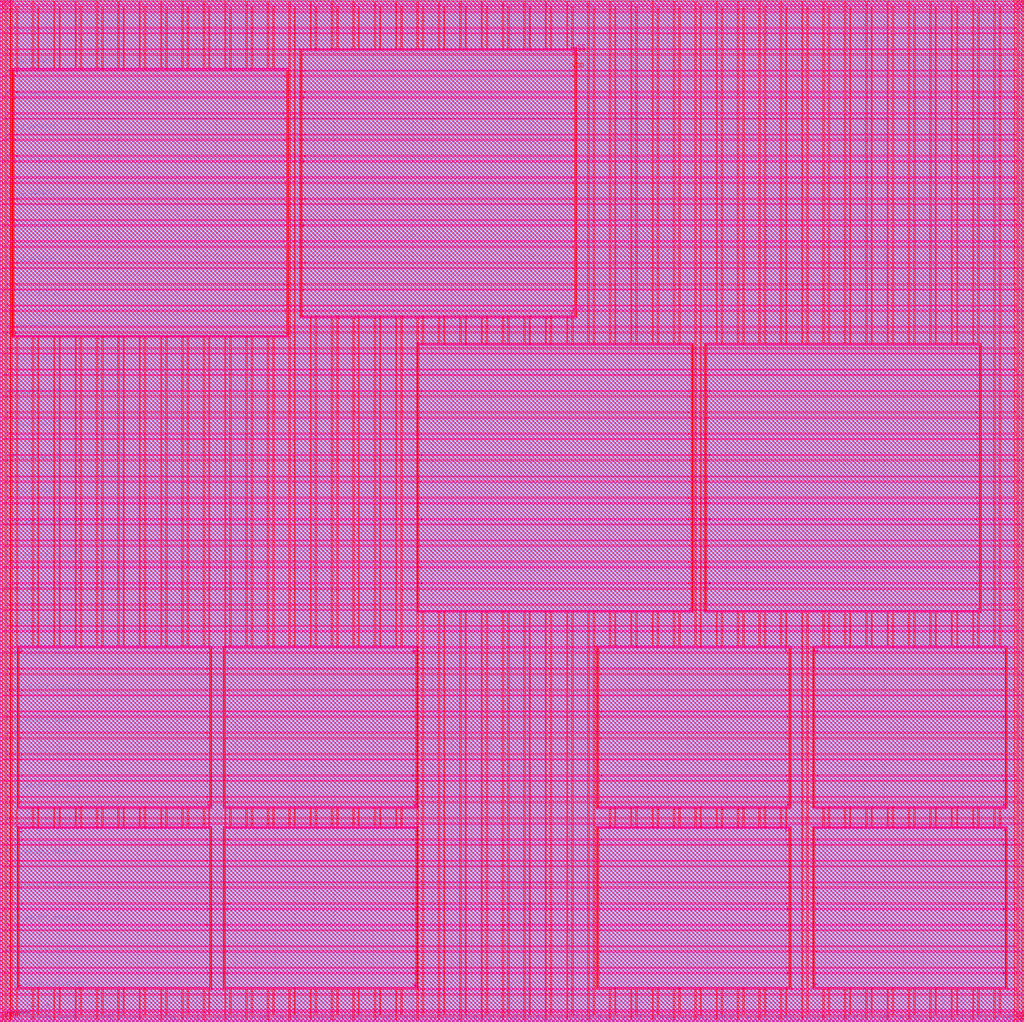
<source format=lef>
###############################################################
#  Generated by:      Cadence Innovus 21.16-s078_1
#  OS:                Linux x86_64(Host ID iron-10)
#  Generated on:      Fri Feb 27 18:19:35 2026
#  Design:            conv
#  Command:           write_lef_abstract -specifyTopLayer 6 -PGPinLayers {5 6} -noCutObs -stripePin results/conv.lef
###############################################################

VERSION 5.8 ;

BUSBITCHARS "[]" ;
DIVIDERCHAR "/" ;

MACRO conv
  CLASS BLOCK ;
  SIZE 2605.900000 BY 2603.040000 ;
  FOREIGN conv 0.000000 0.000000 ;
  ORIGIN 0 0 ;
  SYMMETRY X Y R90 ;
  PIN clk
    DIRECTION INPUT ;
    USE SIGNAL ;
    ANTENNAPARTIALMETALAREA 6.5113 LAYER met2  ;
    ANTENNAPARTIALMETALSIDEAREA 32.4485 LAYER met2  ;
    ANTENNAMODEL OXIDE1 ;
    ANTENNAGATEAREA 0.576 LAYER met2  ;
    ANTENNAMAXAREACAR 12.7497 LAYER met2  ;
    ANTENNAMAXSIDEAREACAR 61.5451 LAYER met2  ;
    ANTENNAMAXCUTCAR 0.0892361 LAYER via2  ;
    PORT
      LAYER met2 ;
        RECT 1563.240000 2602.555000 1563.380000 2603.040000 ;
    END
  END clk
  PIN rst_n
    DIRECTION INPUT ;
    USE SIGNAL ;
    ANTENNAPARTIALMETALAREA 9.5841 LAYER met2  ;
    ANTENNAPARTIALMETALSIDEAREA 47.6945 LAYER met2  ;
    ANTENNAMODEL OXIDE1 ;
    ANTENNAGATEAREA 0.576 LAYER met2  ;
    ANTENNAMAXAREACAR 34.4979 LAYER met2  ;
    ANTENNAMAXSIDEAREACAR 170.082 LAYER met2  ;
    ANTENNAMAXCUTCAR 0.0892361 LAYER via2  ;
    PORT
      LAYER met2 ;
        RECT 0.160000 2602.555000 0.300000 2603.040000 ;
    END
  END rst_n
  PIN ifmap_weight_data[16]
    DIRECTION INPUT ;
    USE SIGNAL ;
  END ifmap_weight_data[16]
  PIN ifmap_weight_data[15]
    DIRECTION INPUT ;
    USE SIGNAL ;
    ANTENNAPARTIALMETALAREA 6.3264 LAYER met3  ;
    ANTENNAPARTIALMETALSIDEAREA 33.736 LAYER met3  ;
    ANTENNAMODEL OXIDE1 ;
    ANTENNAGATEAREA 0.1965 LAYER met3  ;
    ANTENNAMAXAREACAR 37.8972 LAYER met3  ;
    ANTENNAMAXSIDEAREACAR 194.982 LAYER met3  ;
    ANTENNAMAXCUTCAR 0.46514 LAYER via3  ;
    PORT
      LAYER met3 ;
        RECT 0.000000 0.520000 0.800000 0.820000 ;
    END
  END ifmap_weight_data[15]
  PIN ifmap_weight_data[14]
    DIRECTION INPUT ;
    USE SIGNAL ;
    ANTENNAPARTIALMETALAREA 0.6954 LAYER met3  ;
    ANTENNAPARTIALMETALSIDEAREA 4.152 LAYER met3  ;
    ANTENNAPARTIALCUTAREA 0.04 LAYER via3  ;
    ANTENNADIFFAREA 0.4347 LAYER met4  ;
    ANTENNAPARTIALMETALAREA 6.1578 LAYER met4  ;
    ANTENNAPARTIALMETALSIDEAREA 33.312 LAYER met4  ;
    ANTENNAMODEL OXIDE1 ;
    ANTENNAGATEAREA 0.6312 LAYER met4  ;
    ANTENNAMAXAREACAR 117.866 LAYER met4  ;
    ANTENNAMAXSIDEAREACAR 579.27 LAYER met4  ;
    ANTENNAMAXCUTCAR 0.208175 LAYER via4  ;
    PORT
      LAYER met3 ;
        RECT 0.000000 84.090000 0.800000 84.390000 ;
    END
  END ifmap_weight_data[14]
  PIN ifmap_weight_data[13]
    DIRECTION INPUT ;
    USE SIGNAL ;
    ANTENNAPARTIALMETALAREA 6.6504 LAYER met3  ;
    ANTENNAPARTIALMETALSIDEAREA 35.464 LAYER met3  ;
    ANTENNAMODEL OXIDE1 ;
    ANTENNAGATEAREA 0.1965 LAYER met3  ;
    ANTENNAMAXAREACAR 59.1237 LAYER met3  ;
    ANTENNAMAXSIDEAREACAR 298.326 LAYER met3  ;
    ANTENNAMAXCUTCAR 0.46514 LAYER via3  ;
    PORT
      LAYER met3 ;
        RECT 0.000000 168.270000 0.800000 168.570000 ;
    END
  END ifmap_weight_data[13]
  PIN ifmap_weight_data[12]
    DIRECTION INPUT ;
    USE SIGNAL ;
    ANTENNAPARTIALMETALAREA 0.8644 LAYER met3  ;
    ANTENNAPARTIALMETALSIDEAREA 5.072 LAYER met3  ;
    ANTENNAPARTIALCUTAREA 0.04 LAYER via3  ;
    ANTENNAPARTIALMETALAREA 3.2298 LAYER met4  ;
    ANTENNAPARTIALMETALSIDEAREA 17.696 LAYER met4  ;
    ANTENNAMODEL OXIDE1 ;
    ANTENNAGATEAREA 0.498 LAYER met4  ;
    ANTENNAMAXAREACAR 21.4641 LAYER met4  ;
    ANTENNAMAXSIDEAREACAR 101.959 LAYER met4  ;
    ANTENNAMAXCUTCAR 0.435188 LAYER via4  ;
    PORT
      LAYER met3 ;
        RECT 0.000000 251.840000 0.800000 252.140000 ;
    END
  END ifmap_weight_data[12]
  PIN ifmap_weight_data[11]
    DIRECTION INPUT ;
    USE SIGNAL ;
    ANTENNADIFFAREA 0.4347 LAYER met3  ;
    ANTENNAPARTIALMETALAREA 6.0984 LAYER met3  ;
    ANTENNAPARTIALMETALSIDEAREA 32.52 LAYER met3  ;
    ANTENNAMODEL OXIDE1 ;
    ANTENNAGATEAREA 0.9327 LAYER met3  ;
    ANTENNAMAXAREACAR 119.127 LAYER met3  ;
    ANTENNAMAXSIDEAREACAR 587.966 LAYER met3  ;
    ANTENNAMAXCUTCAR 0.393219 LAYER via3  ;
    PORT
      LAYER met3 ;
        RECT 0.000000 336.020000 0.800000 336.320000 ;
    END
  END ifmap_weight_data[11]
  PIN ifmap_weight_data[10]
    DIRECTION INPUT ;
    USE SIGNAL ;
    ANTENNADIFFAREA 0.4347 LAYER met3  ;
    ANTENNAPARTIALMETALAREA 6.6504 LAYER met3  ;
    ANTENNAPARTIALMETALSIDEAREA 35.464 LAYER met3  ;
    ANTENNAMODEL OXIDE1 ;
    ANTENNAGATEAREA 0.9327 LAYER met3  ;
    ANTENNAMAXAREACAR 107.73 LAYER met3  ;
    ANTENNAMAXSIDEAREACAR 522.98 LAYER met3  ;
    ANTENNAMAXCUTCAR 0.337782 LAYER via3  ;
    PORT
      LAYER met3 ;
        RECT 0.000000 420.200000 0.800000 420.500000 ;
    END
  END ifmap_weight_data[10]
  PIN ifmap_weight_data[9]
    DIRECTION INPUT ;
    USE SIGNAL ;
    ANTENNADIFFAREA 0.4347 LAYER met3  ;
    ANTENNAPARTIALMETALAREA 7.0644 LAYER met3  ;
    ANTENNAPARTIALMETALSIDEAREA 37.672 LAYER met3  ;
    ANTENNAMODEL OXIDE1 ;
    ANTENNAGATEAREA 0.9327 LAYER met3  ;
    ANTENNAMAXAREACAR 92.4371 LAYER met3  ;
    ANTENNAMAXSIDEAREACAR 462.152 LAYER met3  ;
    ANTENNAMAXCUTCAR 0.450823 LAYER via3  ;
    PORT
      LAYER met3 ;
        RECT 0.000000 503.770000 0.800000 504.070000 ;
    END
  END ifmap_weight_data[9]
  PIN ifmap_weight_data[8]
    DIRECTION INPUT ;
    USE SIGNAL ;
    ANTENNAPARTIALMETALAREA 0.5574 LAYER met3  ;
    ANTENNAPARTIALMETALSIDEAREA 3.416 LAYER met3  ;
    ANTENNAPARTIALCUTAREA 0.04 LAYER via3  ;
    ANTENNAPARTIALMETALAREA 4.1448 LAYER met4  ;
    ANTENNAPARTIALMETALSIDEAREA 22.576 LAYER met4  ;
    ANTENNAMODEL OXIDE1 ;
    ANTENNAGATEAREA 0.498 LAYER met4  ;
    ANTENNAMAXAREACAR 34.5191 LAYER met4  ;
    ANTENNAMAXSIDEAREACAR 166.018 LAYER met4  ;
    ANTENNAMAXCUTCAR 0.74715 LAYER via4  ;
    PORT
      LAYER met3 ;
        RECT 0.000000 587.950000 0.800000 588.250000 ;
    END
  END ifmap_weight_data[8]
  PIN ifmap_weight_data[7]
    DIRECTION INPUT ;
    USE SIGNAL ;
    ANTENNAPARTIALMETALAREA 8.0053 LAYER met3  ;
    ANTENNAPARTIALMETALSIDEAREA 43.16 LAYER met3  ;
    ANTENNAPARTIALCUTAREA 0.04 LAYER via3  ;
    ANTENNAPARTIALMETALAREA 4.3518 LAYER met4  ;
    ANTENNAPARTIALMETALSIDEAREA 23.68 LAYER met4  ;
    ANTENNAMODEL OXIDE1 ;
    ANTENNAGATEAREA 0.498 LAYER met4  ;
    ANTENNAMAXAREACAR 36.3557 LAYER met4  ;
    ANTENNAMAXSIDEAREACAR 177.137 LAYER met4  ;
    ANTENNAMAXCUTCAR 0.435188 LAYER via4  ;
    PORT
      LAYER met3 ;
        RECT 0.000000 671.520000 0.800000 671.820000 ;
    END
  END ifmap_weight_data[7]
  PIN ifmap_weight_data[6]
    DIRECTION INPUT ;
    USE SIGNAL ;
    ANTENNAPARTIALMETALAREA 0.8544 LAYER met3  ;
    ANTENNAPARTIALMETALSIDEAREA 4.552 LAYER met3  ;
    ANTENNAMODEL OXIDE1 ;
    ANTENNAGATEAREA 0.498 LAYER met3  ;
    ANTENNAMAXAREACAR 110.536 LAYER met3  ;
    ANTENNAMAXSIDEAREACAR 542.113 LAYER met3  ;
    ANTENNAMAXCUTCAR 0.666829 LAYER via3  ;
    PORT
      LAYER met3 ;
        RECT 0.000000 755.700000 0.800000 756.000000 ;
    END
  END ifmap_weight_data[6]
  PIN ifmap_weight_data[5]
    DIRECTION INPUT ;
    USE SIGNAL ;
    ANTENNAPARTIALMETALAREA 13.596 LAYER met3  ;
    ANTENNAPARTIALMETALSIDEAREA 73.448 LAYER met3  ;
    ANTENNAMODEL OXIDE1 ;
    ANTENNAGATEAREA 0.498 LAYER met3  ;
    ANTENNAMAXAREACAR 51.1759 LAYER met3  ;
    ANTENNAMAXSIDEAREACAR 255.575 LAYER met3  ;
    ANTENNAMAXCUTCAR 0.801562 LAYER via3  ;
    PORT
      LAYER met3 ;
        RECT 0.000000 839.880000 0.800000 840.180000 ;
    END
  END ifmap_weight_data[5]
  PIN ifmap_weight_data[4]
    DIRECTION INPUT ;
    USE SIGNAL ;
    ANTENNAPARTIALMETALAREA 13.5504 LAYER met3  ;
    ANTENNAPARTIALMETALSIDEAREA 72.264 LAYER met3  ;
    ANTENNAMODEL OXIDE1 ;
    ANTENNAGATEAREA 0.498 LAYER met3  ;
    ANTENNAMAXAREACAR 65.7007 LAYER met3  ;
    ANTENNAMAXSIDEAREACAR 327.226 LAYER met3  ;
    ANTENNAMAXCUTCAR 0.488258 LAYER via3  ;
    PORT
      LAYER met3 ;
        RECT 0.000000 923.450000 0.800000 923.750000 ;
    END
  END ifmap_weight_data[4]
  PIN ifmap_weight_data[3]
    DIRECTION INPUT ;
    USE SIGNAL ;
    ANTENNAPARTIALMETALAREA 0.1644 LAYER met3  ;
    ANTENNAPARTIALMETALSIDEAREA 0.872 LAYER met3  ;
    ANTENNAMODEL OXIDE1 ;
    ANTENNAGATEAREA 0.498 LAYER met3  ;
    ANTENNAMAXAREACAR 35.9706 LAYER met3  ;
    ANTENNAMAXSIDEAREACAR 168.607 LAYER met3  ;
    ANTENNAMAXCUTCAR 0.666829 LAYER via3  ;
    PORT
      LAYER met3 ;
        RECT 0.000000 1007.630000 0.800000 1007.930000 ;
    END
  END ifmap_weight_data[3]
  PIN ifmap_weight_data[2]
    DIRECTION INPUT ;
    USE SIGNAL ;
    ANTENNAPARTIALMETALAREA 31.4904 LAYER met3  ;
    ANTENNAPARTIALMETALSIDEAREA 167.944 LAYER met3  ;
    ANTENNAMODEL OXIDE1 ;
    ANTENNAGATEAREA 0.498 LAYER met3  ;
    ANTENNAMAXAREACAR 88.3315 LAYER met3  ;
    ANTENNAMAXSIDEAREACAR 452.75 LAYER met3  ;
    ANTENNAMAXCUTCAR 0.398972 LAYER via3  ;
    PORT
      LAYER met3 ;
        RECT 0.000000 1091.200000 0.800000 1091.500000 ;
    END
  END ifmap_weight_data[2]
  PIN ifmap_weight_data[1]
    DIRECTION INPUT ;
    USE SIGNAL ;
    ANTENNAPARTIALMETALAREA 8.3064 LAYER met3  ;
    ANTENNAPARTIALMETALSIDEAREA 44.296 LAYER met3  ;
    ANTENNAMODEL OXIDE1 ;
    ANTENNAGATEAREA 0.498 LAYER met3  ;
    ANTENNAMAXAREACAR 75.0135 LAYER met3  ;
    ANTENNAMAXSIDEAREACAR 369.809 LAYER met3  ;
    ANTENNAMAXCUTCAR 0.666829 LAYER via3  ;
    PORT
      LAYER met3 ;
        RECT 0.000000 1175.380000 0.800000 1175.680000 ;
    END
  END ifmap_weight_data[1]
  PIN ifmap_weight_data[0]
    DIRECTION INPUT ;
    USE SIGNAL ;
    ANTENNAPARTIALMETALAREA 30.9384 LAYER met3  ;
    ANTENNAPARTIALMETALSIDEAREA 165 LAYER met3  ;
    ANTENNAMODEL OXIDE1 ;
    ANTENNAGATEAREA 0.498 LAYER met3  ;
    ANTENNAMAXAREACAR 142.031 LAYER met3  ;
    ANTENNAMAXSIDEAREACAR 720.859 LAYER met3  ;
    ANTENNAMAXCUTCAR 0.398972 LAYER via3  ;
    PORT
      LAYER met3 ;
        RECT 0.000000 1259.560000 0.800000 1259.860000 ;
    END
  END ifmap_weight_data[0]
  PIN ifmap_weight_rdy
    DIRECTION OUTPUT ;
    USE SIGNAL ;
    ANTENNADIFFAREA 0.43675 LAYER met2  ;
    ANTENNAPARTIALMETALAREA 32.4447 LAYER met2  ;
    ANTENNAPARTIALMETALSIDEAREA 161.997 LAYER met2  ;
    PORT
      LAYER met2 ;
        RECT 520.880000 2602.555000 521.020000 2603.040000 ;
    END
  END ifmap_weight_rdy
  PIN ifmap_weight_vld
    DIRECTION INPUT ;
    USE SIGNAL ;
    ANTENNAPARTIALMETALAREA 4.6507 LAYER met2  ;
    ANTENNAPARTIALMETALSIDEAREA 23.1455 LAYER met2  ;
    ANTENNAMODEL OXIDE1 ;
    ANTENNAGATEAREA 1.152 LAYER met2  ;
    ANTENNAMAXAREACAR 4.54191 LAYER met2  ;
    ANTENNAMAXSIDEAREACAR 20.8676 LAYER met2  ;
    ANTENNAMAXCUTCAR 0.0446181 LAYER via2  ;
    PORT
      LAYER met2 ;
        RECT 1042.060000 2602.555000 1042.200000 2603.040000 ;
    END
  END ifmap_weight_vld
  PIN ofmap_data[31]
    DIRECTION OUTPUT ;
    USE SIGNAL ;
    ANTENNADIFFAREA 0.3406 LAYER met2  ;
    ANTENNAPARTIALMETALAREA 10.1581 LAYER met2  ;
    ANTENNAPARTIALMETALSIDEAREA 50.5645 LAYER met2  ;
    PORT
      LAYER met2 ;
        RECT 2605.600000 0.000000 2605.740000 0.485000 ;
    END
  END ofmap_data[31]
  PIN ofmap_data[30]
    DIRECTION OUTPUT ;
    USE SIGNAL ;
    ANTENNADIFFAREA 0.3406 LAYER met2  ;
    ANTENNAPARTIALMETALAREA 10.2771 LAYER met2  ;
    ANTENNAPARTIALMETALSIDEAREA 51.1595 LAYER met2  ;
    PORT
      LAYER met2 ;
        RECT 2526.940000 0.000000 2527.080000 0.485000 ;
    END
  END ofmap_data[30]
  PIN ofmap_data[29]
    DIRECTION OUTPUT ;
    USE SIGNAL ;
    ANTENNADIFFAREA 0.3406 LAYER met2  ;
    ANTENNAPARTIALMETALAREA 10.2771 LAYER met2  ;
    ANTENNAPARTIALMETALSIDEAREA 51.1595 LAYER met2  ;
    PORT
      LAYER met2 ;
        RECT 2447.820000 0.000000 2447.960000 0.485000 ;
    END
  END ofmap_data[29]
  PIN ofmap_data[28]
    DIRECTION OUTPUT ;
    USE SIGNAL ;
    ANTENNADIFFAREA 0.3406 LAYER met2  ;
    ANTENNAPARTIALMETALAREA 5.4555 LAYER met2  ;
    ANTENNAPARTIALMETALSIDEAREA 27.0515 LAYER met2  ;
    PORT
      LAYER met2 ;
        RECT 2369.160000 0.000000 2369.300000 0.485000 ;
    END
  END ofmap_data[28]
  PIN ofmap_data[27]
    DIRECTION OUTPUT ;
    USE SIGNAL ;
    ANTENNADIFFAREA 0.3406 LAYER met2  ;
    ANTENNAPARTIALMETALAREA 7.9183 LAYER met2  ;
    ANTENNAPARTIALMETALSIDEAREA 39.4835 LAYER met2  ;
    PORT
      LAYER met2 ;
        RECT 2290.040000 0.000000 2290.180000 0.485000 ;
    END
  END ofmap_data[27]
  PIN ofmap_data[26]
    DIRECTION OUTPUT ;
    USE SIGNAL ;
    ANTENNADIFFAREA 0.3406 LAYER met2  ;
    ANTENNAPARTIALMETALAREA 4.2055 LAYER met2  ;
    ANTENNAPARTIALMETALSIDEAREA 20.9195 LAYER met2  ;
    PORT
      LAYER met2 ;
        RECT 2210.920000 0.000000 2211.060000 0.485000 ;
    END
  END ofmap_data[26]
  PIN ofmap_data[25]
    DIRECTION OUTPUT ;
    USE SIGNAL ;
    ANTENNADIFFAREA 0.3406 LAYER met2  ;
    ANTENNAPARTIALMETALAREA 4.8507 LAYER met2  ;
    ANTENNAPARTIALMETALSIDEAREA 24.0275 LAYER met2  ;
    PORT
      LAYER met2 ;
        RECT 2132.260000 0.000000 2132.400000 0.485000 ;
    END
  END ofmap_data[25]
  PIN ofmap_data[24]
    DIRECTION OUTPUT ;
    USE SIGNAL ;
    ANTENNADIFFAREA 0.3406 LAYER met2  ;
    ANTENNAPARTIALMETALAREA 4.1367 LAYER met2  ;
    ANTENNAPARTIALMETALSIDEAREA 20.4575 LAYER met2  ;
    PORT
      LAYER met2 ;
        RECT 2053.140000 0.000000 2053.280000 0.485000 ;
    END
  END ofmap_data[24]
  PIN ofmap_data[23]
    DIRECTION OUTPUT ;
    USE SIGNAL ;
    ANTENNADIFFAREA 0.3406 LAYER met2  ;
    ANTENNAPARTIALMETALAREA 8.5635 LAYER met2  ;
    ANTENNAPARTIALMETALSIDEAREA 42.5915 LAYER met2  ;
    PORT
      LAYER met2 ;
        RECT 1974.020000 0.000000 1974.160000 0.485000 ;
    END
  END ofmap_data[23]
  PIN ofmap_data[22]
    DIRECTION OUTPUT ;
    USE SIGNAL ;
    ANTENNADIFFAREA 0.3406 LAYER met2  ;
    ANTENNAPARTIALMETALAREA 10.2771 LAYER met2  ;
    ANTENNAPARTIALMETALSIDEAREA 51.1595 LAYER met2  ;
    PORT
      LAYER met2 ;
        RECT 1895.360000 0.000000 1895.500000 0.485000 ;
    END
  END ofmap_data[22]
  PIN ofmap_data[21]
    DIRECTION OUTPUT ;
    USE SIGNAL ;
    ANTENNADIFFAREA 0.3406 LAYER met2  ;
    ANTENNAPARTIALMETALAREA 11.4839 LAYER met2  ;
    ANTENNAPARTIALMETALSIDEAREA 57.1935 LAYER met2  ;
    PORT
      LAYER met2 ;
        RECT 1816.240000 0.000000 1816.380000 0.485000 ;
    END
  END ofmap_data[21]
  PIN ofmap_data[20]
    DIRECTION OUTPUT ;
    USE SIGNAL ;
    ANTENNADIFFAREA 0.429 LAYER met2  ;
    ANTENNAPARTIALMETALAREA 54.9119 LAYER met2  ;
    ANTENNAPARTIALMETALSIDEAREA 274.333 LAYER met2  ;
    PORT
      LAYER met2 ;
        RECT 1737.580000 0.000000 1737.720000 0.485000 ;
    END
  END ofmap_data[20]
  PIN ofmap_data[19]
    DIRECTION OUTPUT ;
    USE SIGNAL ;
    ANTENNADIFFAREA 0.429 LAYER met2  ;
    ANTENNAPARTIALMETALAREA 56.6871 LAYER met2  ;
    ANTENNAPARTIALMETALSIDEAREA 283.21 LAYER met2  ;
    PORT
      LAYER met2 ;
        RECT 1658.460000 0.000000 1658.600000 0.485000 ;
    END
  END ofmap_data[19]
  PIN ofmap_data[18]
    DIRECTION OUTPUT ;
    USE SIGNAL ;
    ANTENNADIFFAREA 0.429 LAYER met2  ;
    ANTENNAPARTIALMETALAREA 53.6407 LAYER met2  ;
    ANTENNAPARTIALMETALSIDEAREA 267.978 LAYER met2  ;
    PORT
      LAYER met2 ;
        RECT 1579.340000 0.000000 1579.480000 0.485000 ;
    END
  END ofmap_data[18]
  PIN ofmap_data[17]
    DIRECTION OUTPUT ;
    USE SIGNAL ;
    ANTENNADIFFAREA 0.429 LAYER met2  ;
    ANTENNAPARTIALMETALAREA 54.0383 LAYER met2  ;
    ANTENNAPARTIALMETALSIDEAREA 269.966 LAYER met2  ;
    PORT
      LAYER met2 ;
        RECT 1500.680000 0.000000 1500.820000 0.485000 ;
    END
  END ofmap_data[17]
  PIN ofmap_data[16]
    DIRECTION OUTPUT ;
    USE SIGNAL ;
    ANTENNADIFFAREA 0.429 LAYER met2  ;
    ANTENNAPARTIALMETALAREA 55.0239 LAYER met2  ;
    ANTENNAPARTIALMETALSIDEAREA 274.893 LAYER met2  ;
    PORT
      LAYER met2 ;
        RECT 1421.560000 0.000000 1421.700000 0.485000 ;
    END
  END ofmap_data[16]
  PIN ofmap_data[15]
    DIRECTION OUTPUT ;
    USE SIGNAL ;
    ANTENNADIFFAREA 0.429 LAYER met2  ;
    ANTENNAPARTIALMETALAREA 53.4239 LAYER met2  ;
    ANTENNAPARTIALMETALSIDEAREA 267.012 LAYER met2  ;
    PORT
      LAYER met2 ;
        RECT 1342.440000 0.000000 1342.580000 0.485000 ;
    END
  END ofmap_data[15]
  PIN ofmap_data[14]
    DIRECTION OUTPUT ;
    USE SIGNAL ;
    ANTENNADIFFAREA 0.429 LAYER met2  ;
    ANTENNAPARTIALMETALAREA 54.3479 LAYER met2  ;
    ANTENNAPARTIALMETALSIDEAREA 271.632 LAYER met2  ;
    PORT
      LAYER met2 ;
        RECT 1263.780000 0.000000 1263.920000 0.485000 ;
    END
  END ofmap_data[14]
  PIN ofmap_data[13]
    DIRECTION OUTPUT ;
    USE SIGNAL ;
    ANTENNADIFFAREA 0.429 LAYER met2  ;
    ANTENNAPARTIALMETALAREA 53.8311 LAYER met2  ;
    ANTENNAPARTIALMETALSIDEAREA 268.93 LAYER met2  ;
    PORT
      LAYER met2 ;
        RECT 1184.660000 0.000000 1184.800000 0.485000 ;
    END
  END ofmap_data[13]
  PIN ofmap_data[12]
    DIRECTION OUTPUT ;
    USE SIGNAL ;
    ANTENNADIFFAREA 0.429 LAYER met2  ;
    ANTENNAPARTIALMETALAREA 52.9267 LAYER met2  ;
    ANTENNAPARTIALMETALSIDEAREA 264.408 LAYER met2  ;
    PORT
      LAYER met2 ;
        RECT 1105.540000 0.000000 1105.680000 0.485000 ;
    END
  END ofmap_data[12]
  PIN ofmap_data[11]
    DIRECTION OUTPUT ;
    USE SIGNAL ;
    ANTENNADIFFAREA 0.429 LAYER met2  ;
    ANTENNAPARTIALMETALAREA 54.8307 LAYER met2  ;
    ANTENNAPARTIALMETALSIDEAREA 273.927 LAYER met2  ;
    PORT
      LAYER met2 ;
        RECT 1026.880000 0.000000 1027.020000 0.485000 ;
    END
  END ofmap_data[11]
  PIN ofmap_data[10]
    DIRECTION OUTPUT ;
    USE SIGNAL ;
    ANTENNADIFFAREA 0.429 LAYER met2  ;
    ANTENNAPARTIALMETALAREA 54.0215 LAYER met2  ;
    ANTENNAPARTIALMETALSIDEAREA 269.882 LAYER met2  ;
    PORT
      LAYER met2 ;
        RECT 947.760000 0.000000 947.900000 0.485000 ;
    END
  END ofmap_data[10]
  PIN ofmap_data[9]
    DIRECTION OUTPUT ;
    USE SIGNAL ;
    ANTENNADIFFAREA 0.3406 LAYER met2  ;
    ANTENNAPARTIALMETALAREA 10.7391 LAYER met2  ;
    ANTENNAPARTIALMETALSIDEAREA 53.4695 LAYER met2  ;
    PORT
      LAYER met2 ;
        RECT 869.100000 0.000000 869.240000 0.485000 ;
    END
  END ofmap_data[9]
  PIN ofmap_data[8]
    DIRECTION OUTPUT ;
    USE SIGNAL ;
    ANTENNADIFFAREA 0.3406 LAYER met2  ;
    ANTENNAPARTIALMETALAREA 10.6103 LAYER met2  ;
    ANTENNAPARTIALMETALSIDEAREA 52.8255 LAYER met2  ;
    PORT
      LAYER met2 ;
        RECT 789.980000 0.000000 790.120000 0.485000 ;
    END
  END ofmap_data[8]
  PIN ofmap_data[7]
    DIRECTION OUTPUT ;
    USE SIGNAL ;
    ANTENNADIFFAREA 0.3406 LAYER met2  ;
    ANTENNAPARTIALMETALAREA 10.9911 LAYER met2  ;
    ANTENNAPARTIALMETALSIDEAREA 54.7295 LAYER met2  ;
    PORT
      LAYER met2 ;
        RECT 710.860000 0.000000 711.000000 0.485000 ;
    END
  END ofmap_data[7]
  PIN ofmap_data[6]
    DIRECTION OUTPUT ;
    USE SIGNAL ;
    ANTENNADIFFAREA 0.3406 LAYER met2  ;
    ANTENNAPARTIALMETALAREA 9.8487 LAYER met2  ;
    ANTENNAPARTIALMETALSIDEAREA 49.0175 LAYER met2  ;
    PORT
      LAYER met2 ;
        RECT 632.200000 0.000000 632.340000 0.485000 ;
    END
  END ofmap_data[6]
  PIN ofmap_data[5]
    DIRECTION OUTPUT ;
    USE SIGNAL ;
    ANTENNADIFFAREA 0.3406 LAYER met2  ;
    ANTENNAPARTIALMETALAREA 7.5543 LAYER met2  ;
    ANTENNAPARTIALMETALSIDEAREA 37.6635 LAYER met2  ;
    PORT
      LAYER met2 ;
        RECT 553.080000 0.000000 553.220000 0.485000 ;
    END
  END ofmap_data[5]
  PIN ofmap_data[4]
    DIRECTION OUTPUT ;
    USE SIGNAL ;
    ANTENNADIFFAREA 0.3406 LAYER met2  ;
    ANTENNAPARTIALMETALAREA 4.0891 LAYER met2  ;
    ANTENNAPARTIALMETALSIDEAREA 20.2195 LAYER met2  ;
    PORT
      LAYER met2 ;
        RECT 473.960000 0.000000 474.100000 0.485000 ;
    END
  END ofmap_data[4]
  PIN ofmap_data[3]
    DIRECTION OUTPUT ;
    USE SIGNAL ;
    ANTENNADIFFAREA 0.3406 LAYER met2  ;
    ANTENNAPARTIALMETALAREA 4.2055 LAYER met2  ;
    ANTENNAPARTIALMETALSIDEAREA 20.9195 LAYER met2  ;
    PORT
      LAYER met2 ;
        RECT 395.300000 0.000000 395.440000 0.485000 ;
    END
  END ofmap_data[3]
  PIN ofmap_data[2]
    DIRECTION OUTPUT ;
    USE SIGNAL ;
    ANTENNADIFFAREA 0.3406 LAYER met2  ;
    ANTENNAPARTIALMETALAREA 7.7541 LAYER met2  ;
    ANTENNAPARTIALMETALSIDEAREA 38.4265 LAYER met2  ;
    PORT
      LAYER met2 ;
        RECT 316.180000 0.000000 316.320000 0.485000 ;
    END
  END ofmap_data[2]
  PIN ofmap_data[1]
    DIRECTION OUTPUT ;
    USE SIGNAL ;
    ANTENNADIFFAREA 0.3406 LAYER met2  ;
    ANTENNAPARTIALMETALAREA 7.8019 LAYER met2  ;
    ANTENNAPARTIALMETALSIDEAREA 38.7835 LAYER met2  ;
    PORT
      LAYER met2 ;
        RECT 237.060000 0.000000 237.200000 0.485000 ;
    END
  END ofmap_data[1]
  PIN ofmap_data[0]
    DIRECTION OUTPUT ;
    USE SIGNAL ;
    ANTENNADIFFAREA 0.3406 LAYER met2  ;
    ANTENNAPARTIALMETALAREA 8.3467 LAYER met2  ;
    ANTENNAPARTIALMETALSIDEAREA 41.6255 LAYER met2  ;
    PORT
      LAYER met2 ;
        RECT 158.400000 0.000000 158.540000 0.485000 ;
    END
  END ofmap_data[0]
  PIN ofmap_rdy
    DIRECTION INPUT ;
    USE SIGNAL ;
    ANTENNAPARTIALMETALAREA 9.4677 LAYER met2  ;
    ANTENNAPARTIALMETALSIDEAREA 46.9945 LAYER met2  ;
    ANTENNAMODEL OXIDE1 ;
    ANTENNAGATEAREA 0.126 LAYER met2  ;
    ANTENNAMAXAREACAR 96.4905 LAYER met2  ;
    ANTENNAMAXSIDEAREACAR 476.754 LAYER met2  ;
    ANTENNAMAXCUTCAR 0.407937 LAYER via2  ;
    PORT
      LAYER met2 ;
        RECT 0.160000 0.000000 0.300000 0.485000 ;
    END
  END ofmap_rdy
  PIN ofmap_vld
    DIRECTION OUTPUT ;
    USE SIGNAL ;
    ANTENNAPARTIALMETALAREA 7.1006 LAYER met2  ;
    ANTENNAPARTIALMETALSIDEAREA 35.224 LAYER met2  ;
    ANTENNAPARTIALCUTAREA 0.04 LAYER via2  ;
    ANTENNAPARTIALMETALAREA 0.2509 LAYER met3  ;
    ANTENNAPARTIALMETALSIDEAREA 1.808 LAYER met3  ;
    ANTENNAPARTIALCUTAREA 0.04 LAYER via3  ;
    ANTENNADIFFAREA 0.6626 LAYER met4  ;
    ANTENNAPARTIALMETALAREA 3.9618 LAYER met4  ;
    ANTENNAPARTIALMETALSIDEAREA 21.6 LAYER met4  ;
    ANTENNAMODEL OXIDE1 ;
    ANTENNAGATEAREA 0.126 LAYER met4  ;
    ANTENNAMAXAREACAR 149.892 LAYER met4  ;
    ANTENNAMAXSIDEAREACAR 779.754 LAYER met4  ;
    ANTENNAMAXCUTCAR 1.53889 LAYER via4  ;
    PORT
      LAYER met2 ;
        RECT 79.280000 0.000000 79.420000 0.485000 ;
    END
  END ofmap_vld
  PIN config_data[15]
    DIRECTION INPUT ;
    USE SIGNAL ;
    ANTENNAPARTIALMETALAREA 6.2113 LAYER met3  ;
    ANTENNAPARTIALMETALSIDEAREA 33.592 LAYER met3  ;
    ANTENNAPARTIALCUTAREA 0.04 LAYER via3  ;
    ANTENNAPARTIALMETALAREA 4.1448 LAYER met4  ;
    ANTENNAPARTIALMETALSIDEAREA 22.576 LAYER met4  ;
    ANTENNAMODEL OXIDE1 ;
    ANTENNAGATEAREA 0.498 LAYER met4  ;
    ANTENNAMAXAREACAR 22.007 LAYER met4  ;
    ANTENNAMAXSIDEAREACAR 108.54 LAYER met4  ;
    ANTENNAMAXCUTCAR 0.646988 LAYER via4  ;
    PORT
      LAYER met3 ;
        RECT 0.000000 1343.130000 0.800000 1343.430000 ;
    END
  END config_data[15]
  PIN config_data[14]
    DIRECTION INPUT ;
    USE SIGNAL ;
    ANTENNAPARTIALMETALAREA 30.6624 LAYER met3  ;
    ANTENNAPARTIALMETALSIDEAREA 163.528 LAYER met3  ;
    ANTENNAMODEL OXIDE1 ;
    ANTENNAGATEAREA 0.498 LAYER met3  ;
    ANTENNAMAXAREACAR 131.879 LAYER met3  ;
    ANTENNAMAXSIDEAREACAR 669.654 LAYER met3  ;
    ANTENNAMAXCUTCAR 0.488258 LAYER via3  ;
    PORT
      LAYER met3 ;
        RECT 0.000000 1427.310000 0.800000 1427.610000 ;
    END
  END config_data[14]
  PIN config_data[13]
    DIRECTION INPUT ;
    USE SIGNAL ;
    ANTENNAPARTIALMETALAREA 31.3974 LAYER met3  ;
    ANTENNAPARTIALMETALSIDEAREA 167.448 LAYER met3  ;
    ANTENNAMODEL OXIDE1 ;
    ANTENNAGATEAREA 0.498 LAYER met3  ;
    ANTENNAMAXAREACAR 112.107 LAYER met3  ;
    ANTENNAMAXSIDEAREACAR 571.203 LAYER met3  ;
    ANTENNAMAXCUTCAR 0.488258 LAYER via3  ;
    PORT
      LAYER met3 ;
        RECT 0.000000 1511.490000 0.800000 1511.790000 ;
    END
  END config_data[13]
  PIN config_data[12]
    DIRECTION INPUT ;
    USE SIGNAL ;
    ANTENNAPARTIALMETALAREA 0.1644 LAYER met3  ;
    ANTENNAPARTIALMETALSIDEAREA 0.872 LAYER met3  ;
    ANTENNAMODEL OXIDE1 ;
    ANTENNAGATEAREA 0.498 LAYER met3  ;
    ANTENNAMAXAREACAR 36.7041 LAYER met3  ;
    ANTENNAMAXSIDEAREACAR 171.397 LAYER met3  ;
    ANTENNAMAXCUTCAR 0.845401 LAYER via3  ;
    PORT
      LAYER met3 ;
        RECT 0.000000 1595.060000 0.800000 1595.360000 ;
    END
  END config_data[12]
  PIN config_data[11]
    DIRECTION INPUT ;
    USE SIGNAL ;
    ANTENNAPARTIALMETALAREA 58.2454 LAYER met3  ;
    ANTENNAPARTIALMETALSIDEAREA 311.104 LAYER met3  ;
    ANTENNAPARTIALCUTAREA 0.04 LAYER via3  ;
    ANTENNAPARTIALMETALAREA 0.6516 LAYER met4  ;
    ANTENNAPARTIALMETALSIDEAREA 4.416 LAYER met4  ;
    ANTENNAMODEL OXIDE1 ;
    ANTENNAGATEAREA 0.498 LAYER met4  ;
    ANTENNAMAXAREACAR 15.9219 LAYER met4  ;
    ANTENNAMAXSIDEAREACAR 74.0609 LAYER met4  ;
    ANTENNAMAXCUTCAR 0.568579 LAYER via4  ;
    PORT
      LAYER met3 ;
        RECT 0.000000 1679.240000 0.800000 1679.540000 ;
    END
  END config_data[11]
  PIN config_data[10]
    DIRECTION INPUT ;
    USE SIGNAL ;
    ANTENNAPARTIALMETALAREA 10.1004 LAYER met3  ;
    ANTENNAPARTIALMETALSIDEAREA 53.864 LAYER met3  ;
    ANTENNAMODEL OXIDE1 ;
    ANTENNAGATEAREA 0.498 LAYER met3  ;
    ANTENNAMAXAREACAR 66.0665 LAYER met3  ;
    ANTENNAMAXSIDEAREACAR 326.058 LAYER met3  ;
    ANTENNAMAXCUTCAR 0.666829 LAYER via3  ;
    PORT
      LAYER met3 ;
        RECT 0.000000 1762.810000 0.800000 1763.110000 ;
    END
  END config_data[10]
  PIN config_data[9]
    DIRECTION INPUT ;
    USE SIGNAL ;
    ANTENNAPARTIALMETALAREA 6.2364 LAYER met3  ;
    ANTENNAPARTIALMETALSIDEAREA 33.256 LAYER met3  ;
    ANTENNAMODEL OXIDE1 ;
    ANTENNAGATEAREA 0.498 LAYER met3  ;
    ANTENNAMAXAREACAR 87.6337 LAYER met3  ;
    ANTENNAMAXSIDEAREACAR 430.987 LAYER met3  ;
    ANTENNAMAXCUTCAR 0.666829 LAYER via3  ;
    PORT
      LAYER met3 ;
        RECT 0.000000 1846.990000 0.800000 1847.290000 ;
    END
  END config_data[9]
  PIN config_data[8]
    DIRECTION INPUT ;
    USE SIGNAL ;
    ANTENNAPARTIALMETALAREA 8.0304 LAYER met3  ;
    ANTENNAPARTIALMETALSIDEAREA 42.824 LAYER met3  ;
    ANTENNAMODEL OXIDE1 ;
    ANTENNAGATEAREA 0.498 LAYER met3  ;
    ANTENNAMAXAREACAR 113.967 LAYER met3  ;
    ANTENNAMAXSIDEAREACAR 563.379 LAYER met3  ;
    ANTENNAMAXCUTCAR 0.666829 LAYER via3  ;
    PORT
      LAYER met3 ;
        RECT 0.000000 1931.170000 0.800000 1931.470000 ;
    END
  END config_data[8]
  PIN config_data[7]
    DIRECTION INPUT ;
    USE SIGNAL ;
    ANTENNAPARTIALMETALAREA 9.8034 LAYER met3  ;
    ANTENNAPARTIALMETALSIDEAREA 52.728 LAYER met3  ;
    ANTENNAPARTIALCUTAREA 0.04 LAYER via3  ;
    ANTENNAPARTIALMETALAREA 4.1448 LAYER met4  ;
    ANTENNAPARTIALMETALSIDEAREA 22.576 LAYER met4  ;
    ANTENNAMODEL OXIDE1 ;
    ANTENNAGATEAREA 0.498 LAYER met4  ;
    ANTENNAMAXAREACAR 26.704 LAYER met4  ;
    ANTENNAMAXSIDEAREACAR 127.2 LAYER met4  ;
    ANTENNAMAXCUTCAR 0.74715 LAYER via4  ;
    PORT
      LAYER met3 ;
        RECT 0.000000 2014.740000 0.800000 2015.040000 ;
    END
  END config_data[7]
  PIN config_data[6]
    DIRECTION INPUT ;
    USE SIGNAL ;
    ANTENNAPARTIALMETALAREA 9.618 LAYER met3  ;
    ANTENNAPARTIALMETALSIDEAREA 52.232 LAYER met3  ;
    ANTENNAMODEL OXIDE1 ;
    ANTENNAGATEAREA 0.498 LAYER met3  ;
    ANTENNAMAXAREACAR 106.306 LAYER met3  ;
    ANTENNAMAXSIDEAREACAR 528.737 LAYER met3  ;
    ANTENNAMAXCUTCAR 0.666829 LAYER via3  ;
    PORT
      LAYER met3 ;
        RECT 0.000000 2098.920000 0.800000 2099.220000 ;
    END
  END config_data[6]
  PIN config_data[5]
    DIRECTION INPUT ;
    USE SIGNAL ;
    ANTENNAPARTIALMETALAREA 8.0053 LAYER met3  ;
    ANTENNAPARTIALMETALSIDEAREA 43.16 LAYER met3  ;
    ANTENNAPARTIALCUTAREA 0.04 LAYER via3  ;
    ANTENNAPARTIALMETALAREA 4.3518 LAYER met4  ;
    ANTENNAPARTIALMETALSIDEAREA 23.68 LAYER met4  ;
    ANTENNAMODEL OXIDE1 ;
    ANTENNAGATEAREA 0.498 LAYER met4  ;
    ANTENNAMAXAREACAR 33.9743 LAYER met4  ;
    ANTENNAMAXSIDEAREACAR 164.154 LAYER met4  ;
    ANTENNAMAXCUTCAR 0.568579 LAYER via4  ;
    PORT
      LAYER met3 ;
        RECT 0.000000 2182.490000 0.800000 2182.790000 ;
    END
  END config_data[5]
  PIN config_data[4]
    DIRECTION INPUT ;
    USE SIGNAL ;
    ANTENNADIFFAREA 0.4347 LAYER met3  ;
    ANTENNAPARTIALMETALAREA 7.0644 LAYER met3  ;
    ANTENNAPARTIALMETALSIDEAREA 37.672 LAYER met3  ;
    ANTENNAMODEL OXIDE1 ;
    ANTENNAGATEAREA 0.9327 LAYER met3  ;
    ANTENNAMAXAREACAR 117.194 LAYER met3  ;
    ANTENNAMAXSIDEAREACAR 577.734 LAYER met3  ;
    ANTENNAMAXCUTCAR 0.629394 LAYER via3  ;
    PORT
      LAYER met3 ;
        RECT 0.000000 2266.670000 0.800000 2266.970000 ;
    END
  END config_data[4]
  PIN config_data[3]
    DIRECTION INPUT ;
    USE SIGNAL ;
    ANTENNADIFFAREA 0.4347 LAYER met3  ;
    ANTENNAPARTIALMETALAREA 7.4044 LAYER met3  ;
    ANTENNAPARTIALMETALSIDEAREA 39.952 LAYER met3  ;
    ANTENNAMODEL OXIDE1 ;
    ANTENNAGATEAREA 0.5607 LAYER met3  ;
    ANTENNAMAXAREACAR 186.831 LAYER met3  ;
    ANTENNAMAXSIDEAREACAR 927.083 LAYER met3  ;
    ANTENNAPARTIALCUTAREA 0.04 LAYER via3  ;
    ANTENNAMAXCUTCAR 0.621955 LAYER via3  ;
    ANTENNADIFFAREA 0.4347 LAYER met4  ;
    ANTENNAPARTIALMETALAREA 1.9488 LAYER met4  ;
    ANTENNAPARTIALMETALSIDEAREA 10.864 LAYER met4  ;
    ANTENNAGATEAREA 0.9327 LAYER met4  ;
    ANTENNAMAXAREACAR 188.92 LAYER met4  ;
    ANTENNAMAXSIDEAREACAR 938.73 LAYER met4  ;
    ANTENNAMAXCUTCAR 0.621955 LAYER via4  ;
    PORT
      LAYER met3 ;
        RECT 0.000000 2350.850000 0.800000 2351.150000 ;
    END
  END config_data[3]
  PIN config_data[2]
    DIRECTION INPUT ;
    USE SIGNAL ;
    ANTENNAPARTIALMETALAREA 6.2113 LAYER met3  ;
    ANTENNAPARTIALMETALSIDEAREA 33.592 LAYER met3  ;
    ANTENNAPARTIALCUTAREA 0.04 LAYER via3  ;
    ANTENNAPARTIALMETALAREA 6.1578 LAYER met4  ;
    ANTENNAPARTIALMETALSIDEAREA 33.312 LAYER met4  ;
    ANTENNAMODEL OXIDE1 ;
    ANTENNAGATEAREA 0.498 LAYER met4  ;
    ANTENNAMAXAREACAR 21.7369 LAYER met4  ;
    ANTENNAMAXSIDEAREACAR 104.311 LAYER met4  ;
    ANTENNAMAXCUTCAR 0.74715 LAYER via4  ;
    PORT
      LAYER met3 ;
        RECT 0.000000 2434.420000 0.800000 2434.720000 ;
    END
  END config_data[2]
  PIN config_data[1]
    DIRECTION INPUT ;
    USE SIGNAL ;
    ANTENNAPARTIALMETALAREA 8.5824 LAYER met3  ;
    ANTENNAPARTIALMETALSIDEAREA 45.768 LAYER met3  ;
    ANTENNAMODEL OXIDE1 ;
    ANTENNAGATEAREA 1.485 LAYER met3  ;
    ANTENNAMAXAREACAR 6.34788 LAYER met3  ;
    ANTENNAMAXSIDEAREACAR 31.8259 LAYER met3  ;
    ANTENNAMAXCUTCAR 0.0615488 LAYER via3  ;
    PORT
      LAYER met3 ;
        RECT 0.000000 2518.600000 0.800000 2518.900000 ;
    END
  END config_data[1]
  PIN config_data[0]
    DIRECTION INPUT ;
    USE SIGNAL ;
    ANTENNAPARTIALMETALAREA 6.3264 LAYER met3  ;
    ANTENNAPARTIALMETALSIDEAREA 33.736 LAYER met3  ;
    ANTENNAMODEL OXIDE1 ;
    ANTENNAGATEAREA 0.1965 LAYER met3  ;
    ANTENNAMAXAREACAR 39.4514 LAYER met3  ;
    ANTENNAMAXSIDEAREACAR 198.69 LAYER met3  ;
    ANTENNAMAXCUTCAR 0.46514 LAYER via3  ;
    PORT
      LAYER met3 ;
        RECT 0.000000 2602.170000 0.800000 2602.470000 ;
    END
  END config_data[0]
  PIN config_rdy
    DIRECTION OUTPUT ;
    USE SIGNAL ;
    ANTENNADIFFAREA 0.3406 LAYER met2  ;
    ANTENNAPARTIALMETALAREA 68.1799 LAYER met2  ;
    ANTENNAPARTIALMETALSIDEAREA 340.791 LAYER met2  ;
    PORT
      LAYER met2 ;
        RECT 2084.420000 2602.555000 2084.560000 2603.040000 ;
    END
  END config_rdy
  PIN config_vld
    DIRECTION INPUT ;
    USE SIGNAL ;
    ANTENNAPARTIALMETALAREA 108.673 LAYER met2  ;
    ANTENNAPARTIALMETALSIDEAREA 543.088 LAYER met2  ;
    ANTENNAPARTIALCUTAREA 0.04 LAYER via2  ;
    ANTENNAPARTIALMETALAREA 0.331 LAYER met3  ;
    ANTENNAPARTIALMETALSIDEAREA 2.232 LAYER met3  ;
    ANTENNAPARTIALCUTAREA 0.04 LAYER via3  ;
    ANTENNAPARTIALMETALAREA 9.3648 LAYER met4  ;
    ANTENNAPARTIALMETALSIDEAREA 50.416 LAYER met4  ;
    ANTENNAMODEL OXIDE1 ;
    ANTENNAGATEAREA 0.1965 LAYER met4  ;
    ANTENNAMAXAREACAR 103.296 LAYER met4  ;
    ANTENNAMAXSIDEAREACAR 534.036 LAYER met4  ;
    ANTENNAMAXCUTCAR 0.668702 LAYER via4  ;
    PORT
      LAYER met2 ;
        RECT 2605.600000 2602.555000 2605.740000 2603.040000 ;
    END
  END config_vld
  PIN VSS
    DIRECTION INOUT ;
    USE GROUND ;
    PORT
      LAYER met4 ;
        RECT 2593.240000 2594.880000 2601.400000 2603.040000 ;
    END
    PORT
      LAYER met4 ;
        RECT 2593.240000 0.000000 2601.400000 8.160000 ;
    END
    PORT
      LAYER met4 ;
        RECT 4.500000 2594.880000 12.660000 2603.040000 ;
    END
    PORT
      LAYER met4 ;
        RECT 4.500000 0.000000 12.660000 8.160000 ;
    END
    PORT
      LAYER met5 ;
        RECT 2597.740000 2590.800000 2605.900000 2598.960000 ;
    END
    PORT
      LAYER met5 ;
        RECT 0.000000 2590.800000 8.160000 2598.960000 ;
    END
    PORT
      LAYER met5 ;
        RECT 2597.740000 4.080000 2605.900000 12.240000 ;
    END
    PORT
      LAYER met5 ;
        RECT 0.000000 4.080000 8.160000 12.240000 ;
    END

# P/G power stripe data as pin
    PORT
      LAYER met4 ;
        RECT 27.200000 4.080000 30.560000 2598.960000 ;
        RECT 571.200000 954.220000 574.560000 1744.600000 ;
        RECT 625.600000 955.620000 628.960000 1744.600000 ;
        RECT 516.800000 955.620000 520.160000 1744.600000 ;
        RECT 462.400000 955.620000 465.760000 1744.600000 ;
        RECT 408.000000 955.620000 411.360000 1744.600000 ;
        RECT 353.600000 955.620000 356.960000 1744.600000 ;
        RECT 299.200000 955.620000 302.560000 1744.600000 ;
        RECT 244.800000 955.620000 248.160000 1744.600000 ;
        RECT 190.400000 955.620000 193.760000 1744.600000 ;
        RECT 136.000000 955.620000 139.360000 1744.600000 ;
        RECT 81.600000 955.620000 84.960000 1744.600000 ;
        RECT 4.500000 0.000000 12.660000 2603.040000 ;
        RECT 1059.800000 1042.800000 1061.600000 1728.740000 ;
        RECT 734.400000 955.620000 737.760000 2598.960000 ;
        RECT 1006.400000 955.620000 1009.760000 1794.600000 ;
        RECT 952.000000 955.620000 955.360000 1794.600000 ;
        RECT 897.600000 955.620000 900.960000 1794.600000 ;
        RECT 843.200000 955.620000 846.560000 1794.600000 ;
        RECT 788.800000 955.620000 792.160000 1794.600000 ;
        RECT 680.000000 955.620000 683.360000 1744.600000 ;
        RECT 2593.240000 0.000000 2601.400000 2603.040000 ;
        RECT 1768.000000 955.620000 1771.360000 2598.960000 ;
        RECT 2529.600000 955.620000 2532.960000 2598.960000 ;
        RECT 1762.980000 1042.800000 1764.780000 1728.740000 ;
        RECT 1792.800000 1042.800000 1794.600000 1728.740000 ;
        RECT 2495.980000 1042.800000 2497.780000 1728.740000 ;
        RECT 1061.540000 542.800000 1063.340000 957.420000 ;
        RECT 567.800000 542.800000 569.600000 957.420000 ;
        RECT 536.540000 542.800000 538.340000 957.420000 ;
        RECT 42.800000 542.800000 44.600000 957.420000 ;
        RECT 1060.800000 4.080000 1064.160000 1046.000000 ;
        RECT 1278.400000 4.080000 1281.760000 1044.600000 ;
        RECT 1224.000000 4.080000 1227.360000 1044.600000 ;
        RECT 1169.600000 4.080000 1172.960000 1044.600000 ;
        RECT 1115.200000 4.080000 1118.560000 1044.600000 ;
        RECT 567.800000 82.800000 569.600000 497.420000 ;
        RECT 536.540000 82.800000 538.340000 497.420000 ;
        RECT 42.800000 82.800000 44.600000 497.420000 ;
        RECT 136.000000 4.080000 139.360000 84.600000 ;
        RECT 81.600000 4.080000 84.960000 84.600000 ;
        RECT 299.200000 4.080000 302.560000 84.600000 ;
        RECT 244.800000 4.080000 248.160000 84.600000 ;
        RECT 190.400000 4.080000 193.760000 84.600000 ;
        RECT 571.200000 4.080000 574.560000 86.000000 ;
        RECT 625.600000 4.080000 628.960000 84.600000 ;
        RECT 516.800000 4.080000 520.160000 84.600000 ;
        RECT 462.400000 4.080000 465.760000 84.600000 ;
        RECT 408.000000 4.080000 411.360000 84.600000 ;
        RECT 353.600000 4.080000 356.960000 84.600000 ;
        RECT 81.600000 495.620000 84.960000 544.600000 ;
        RECT 571.200000 494.220000 574.560000 546.000000 ;
        RECT 1061.540000 82.800000 1063.340000 497.420000 ;
        RECT 952.000000 4.080000 955.360000 84.600000 ;
        RECT 897.600000 4.080000 900.960000 84.600000 ;
        RECT 843.200000 4.080000 846.560000 84.600000 ;
        RECT 788.800000 4.080000 792.160000 84.600000 ;
        RECT 680.000000 4.080000 683.360000 84.600000 ;
        RECT 734.400000 4.080000 737.760000 84.600000 ;
        RECT 1006.400000 4.080000 1009.760000 84.600000 ;
        RECT 2561.540000 542.800000 2563.340000 957.420000 ;
        RECT 2067.800000 542.800000 2069.600000 957.420000 ;
        RECT 2011.540000 542.800000 2013.340000 957.420000 ;
        RECT 1517.800000 542.800000 1519.600000 957.420000 ;
        RECT 2040.000000 4.080000 2043.360000 1044.600000 ;
        RECT 1496.000000 4.080000 1499.360000 1044.600000 ;
        RECT 1441.600000 4.080000 1444.960000 1044.600000 ;
        RECT 1387.200000 4.080000 1390.560000 1044.600000 ;
        RECT 1332.800000 4.080000 1336.160000 1044.600000 ;
        RECT 1517.800000 82.800000 1519.600000 497.420000 ;
        RECT 1931.200000 4.080000 1934.560000 84.600000 ;
        RECT 1550.400000 4.080000 1553.760000 84.600000 ;
        RECT 1604.800000 4.080000 1608.160000 84.600000 ;
        RECT 1659.200000 4.080000 1662.560000 84.600000 ;
        RECT 1713.600000 4.080000 1716.960000 84.600000 ;
        RECT 1768.000000 4.080000 1771.360000 84.600000 ;
        RECT 1822.400000 4.080000 1825.760000 84.600000 ;
        RECT 1876.800000 4.080000 1880.160000 84.600000 ;
        RECT 2561.540000 82.800000 2563.340000 497.420000 ;
        RECT 2067.800000 82.800000 2069.600000 497.420000 ;
        RECT 2011.540000 82.800000 2013.340000 497.420000 ;
        RECT 2529.600000 4.080000 2532.960000 84.600000 ;
        RECT 2475.200000 4.080000 2478.560000 84.600000 ;
        RECT 2420.800000 4.080000 2424.160000 84.600000 ;
        RECT 2366.400000 4.080000 2369.760000 84.600000 ;
        RECT 2312.000000 4.080000 2315.360000 84.600000 ;
        RECT 2257.600000 4.080000 2260.960000 84.600000 ;
        RECT 2203.200000 4.080000 2206.560000 84.600000 ;
        RECT 2148.800000 4.080000 2152.160000 84.600000 ;
        RECT 2094.400000 4.080000 2097.760000 84.600000 ;
        RECT 1985.600000 4.080000 1988.960000 84.600000 ;
        RECT 1550.400000 955.620000 1553.760000 1044.600000 ;
        RECT 1604.800000 955.620000 1608.160000 1044.600000 ;
        RECT 1659.200000 955.620000 1662.560000 1044.600000 ;
        RECT 1713.600000 955.620000 1716.960000 1044.600000 ;
        RECT 1822.400000 955.620000 1825.760000 1044.600000 ;
        RECT 1876.800000 955.620000 1880.160000 1044.600000 ;
        RECT 1931.200000 955.620000 1934.560000 1044.600000 ;
        RECT 1985.600000 955.620000 1988.960000 1044.600000 ;
        RECT 2094.400000 955.620000 2097.760000 1044.600000 ;
        RECT 2148.800000 955.620000 2152.160000 1044.600000 ;
        RECT 2203.200000 955.620000 2206.560000 1044.600000 ;
        RECT 2257.600000 955.620000 2260.960000 1044.600000 ;
        RECT 2312.000000 955.620000 2315.360000 1044.600000 ;
        RECT 2366.400000 955.620000 2369.760000 1044.600000 ;
        RECT 2420.800000 955.620000 2424.160000 1044.600000 ;
        RECT 2475.200000 955.620000 2478.560000 1044.600000 ;
        RECT 762.800000 1792.800000 764.600000 2478.740000 ;
        RECT 732.980000 1742.800000 734.780000 2428.740000 ;
        RECT 29.800000 1742.800000 31.600000 2428.740000 ;
        RECT 38.360000 1752.400000 40.100000 1754.700000 ;
        RECT 38.360000 1752.230000 40.100000 1753.550000 ;
        RECT 1115.200000 1726.940000 1118.560000 1794.600000 ;
        RECT 1060.800000 1725.540000 1064.160000 1794.600000 ;
        RECT 299.200000 2426.940000 302.560000 2598.960000 ;
        RECT 244.800000 2426.940000 248.160000 2598.960000 ;
        RECT 190.400000 2426.940000 193.760000 2598.960000 ;
        RECT 136.000000 2426.940000 139.360000 2598.960000 ;
        RECT 81.600000 2426.940000 84.960000 2598.960000 ;
        RECT 625.600000 2426.940000 628.960000 2598.960000 ;
        RECT 571.200000 2426.940000 574.560000 2598.960000 ;
        RECT 516.800000 2426.940000 520.160000 2598.960000 ;
        RECT 462.400000 2426.940000 465.760000 2598.960000 ;
        RECT 408.000000 2426.940000 411.360000 2598.960000 ;
        RECT 353.600000 2426.940000 356.960000 2598.960000 ;
        RECT 788.800000 2476.940000 792.160000 2598.960000 ;
        RECT 843.200000 2476.940000 846.560000 2598.960000 ;
        RECT 897.600000 2476.940000 900.960000 2598.960000 ;
        RECT 952.000000 2476.940000 955.360000 2598.960000 ;
        RECT 1006.400000 2476.940000 1009.760000 2598.960000 ;
        RECT 1060.800000 2476.940000 1064.160000 2598.960000 ;
        RECT 1115.200000 2476.940000 1118.560000 2598.960000 ;
        RECT 1169.600000 2476.940000 1172.960000 2598.960000 ;
        RECT 1224.000000 2476.940000 1227.360000 2598.960000 ;
        RECT 1278.400000 2476.940000 1281.760000 2598.960000 ;
        RECT 680.000000 2426.940000 683.360000 2598.960000 ;
        RECT 1496.000000 1726.940000 1499.360000 2598.960000 ;
        RECT 1550.400000 1726.940000 1553.760000 2598.960000 ;
        RECT 1604.800000 1726.940000 1608.160000 2598.960000 ;
        RECT 1659.200000 1726.940000 1662.560000 2598.960000 ;
        RECT 1713.600000 1726.940000 1716.960000 2598.960000 ;
        RECT 1822.400000 1726.940000 1825.760000 2598.960000 ;
        RECT 1876.800000 1726.940000 1880.160000 2598.960000 ;
        RECT 1931.200000 1726.940000 1934.560000 2598.960000 ;
        RECT 1465.980000 1792.800000 1467.780000 2478.740000 ;
        RECT 1985.600000 1726.940000 1988.960000 2598.960000 ;
        RECT 2040.000000 1726.940000 2043.360000 2598.960000 ;
        RECT 2094.400000 1726.940000 2097.760000 2598.960000 ;
        RECT 2148.800000 1726.940000 2152.160000 2598.960000 ;
        RECT 2203.200000 1726.940000 2206.560000 2598.960000 ;
        RECT 2257.600000 1726.940000 2260.960000 2598.960000 ;
        RECT 2312.000000 1726.940000 2315.360000 2598.960000 ;
        RECT 2366.400000 1726.940000 2369.760000 2598.960000 ;
        RECT 2420.800000 1726.940000 2424.160000 2598.960000 ;
        RECT 2475.200000 1726.940000 2478.560000 2598.960000 ;
        RECT 1332.800000 2476.940000 1336.160000 2598.960000 ;
        RECT 1387.200000 2476.940000 1390.560000 2598.960000 ;
        RECT 1441.600000 2476.940000 1444.960000 2598.960000 ;
        RECT 625.600000 495.620000 628.960000 544.600000 ;
        RECT 680.000000 495.620000 683.360000 544.600000 ;
        RECT 734.400000 495.620000 737.760000 544.600000 ;
        RECT 788.800000 495.620000 792.160000 544.600000 ;
        RECT 843.200000 495.620000 846.560000 544.600000 ;
        RECT 897.600000 495.620000 900.960000 544.600000 ;
        RECT 952.000000 495.620000 955.360000 544.600000 ;
        RECT 1006.400000 495.620000 1009.760000 544.600000 ;
        RECT 136.000000 495.620000 139.360000 544.600000 ;
        RECT 190.400000 495.620000 193.760000 544.600000 ;
        RECT 244.800000 495.620000 248.160000 544.600000 ;
        RECT 299.200000 495.620000 302.560000 544.600000 ;
        RECT 353.600000 495.620000 356.960000 544.600000 ;
        RECT 408.000000 495.620000 411.360000 544.600000 ;
        RECT 462.400000 495.620000 465.760000 544.600000 ;
        RECT 516.800000 495.620000 520.160000 544.600000 ;
        RECT 1550.400000 495.620000 1553.760000 544.600000 ;
        RECT 1604.800000 495.620000 1608.160000 544.600000 ;
        RECT 1659.200000 495.620000 1662.560000 544.600000 ;
        RECT 1713.600000 495.620000 1716.960000 544.600000 ;
        RECT 1768.000000 495.620000 1771.360000 544.600000 ;
        RECT 1822.400000 495.620000 1825.760000 544.600000 ;
        RECT 1876.800000 495.620000 1880.160000 544.600000 ;
        RECT 1931.200000 495.620000 1934.560000 544.600000 ;
        RECT 1985.600000 495.620000 1988.960000 544.600000 ;
        RECT 2094.400000 495.620000 2097.760000 544.600000 ;
        RECT 2148.800000 495.620000 2152.160000 544.600000 ;
        RECT 2203.200000 495.620000 2206.560000 544.600000 ;
        RECT 2257.600000 495.620000 2260.960000 544.600000 ;
        RECT 2312.000000 495.620000 2315.360000 544.600000 ;
        RECT 2366.400000 495.620000 2369.760000 544.600000 ;
        RECT 2420.800000 495.620000 2424.160000 544.600000 ;
        RECT 2475.200000 495.620000 2478.560000 544.600000 ;
        RECT 2529.600000 495.620000 2532.960000 544.600000 ;
        RECT 1169.600000 1726.940000 1172.960000 1794.600000 ;
        RECT 1224.000000 1726.940000 1227.360000 1794.600000 ;
        RECT 1278.400000 1726.940000 1281.760000 1794.600000 ;
        RECT 1332.800000 1726.940000 1336.160000 1794.600000 ;
        RECT 1387.200000 1726.940000 1390.560000 1794.600000 ;
        RECT 1441.600000 1726.940000 1444.960000 1794.600000 ;
        RECT 51.360000 91.360000 53.100000 93.100000 ;
        RECT 528.040000 551.360000 529.780000 553.100000 ;
        RECT 1053.040000 91.360000 1054.780000 93.100000 ;
        RECT 1053.040000 551.360000 1054.780000 553.100000 ;
        RECT 1059.800000 1042.800000 1064.160000 1044.600000 ;
        RECT 2003.040000 487.120000 2004.780000 488.860000 ;
        RECT 2003.040000 551.360000 2004.780000 553.100000 ;
        RECT 2553.040000 487.120000 2554.780000 488.860000 ;
        RECT 2553.040000 551.360000 2554.780000 553.100000 ;
        RECT 1754.790000 1051.360000 1756.210000 1053.100000 ;
        RECT 1757.500000 1051.360000 1758.920000 1053.100000 ;
        RECT 2487.790000 1051.360000 2489.210000 1053.100000 ;
        RECT 2490.500000 1051.360000 2491.920000 1053.100000 ;
        RECT 38.360000 1808.800000 40.100000 1812.160000 ;
        RECT 27.200000 1754.400000 31.600000 1757.760000 ;
        RECT 38.360000 1752.400000 40.100000 1757.760000 ;
        RECT 1059.800000 1726.940000 1064.160000 1728.740000 ;
        RECT 732.980000 1754.400000 737.760000 1757.760000 ;
        RECT 1457.480000 2468.440000 1459.220000 2470.180000 ;
        RECT 1068.360000 1101.600000 1070.100000 1104.960000 ;
        RECT 1068.360000 1156.000000 1070.100000 1159.360000 ;
        RECT 1068.360000 1210.400000 1070.100000 1213.760000 ;
        RECT 1068.360000 1264.800000 1070.100000 1268.160000 ;
        RECT 1068.360000 1319.200000 1070.100000 1322.560000 ;
        RECT 1068.360000 1373.600000 1070.100000 1376.960000 ;
        RECT 1068.360000 1428.000000 1070.100000 1431.360000 ;
        RECT 1068.360000 1482.400000 1070.100000 1485.760000 ;
        RECT 1068.360000 1536.800000 1070.100000 1540.160000 ;
        RECT 1068.360000 1591.200000 1070.100000 1594.560000 ;
        RECT 1068.360000 1645.600000 1070.100000 1648.960000 ;
        RECT 1068.360000 1700.000000 1070.100000 1703.360000 ;
        RECT 2487.480000 1101.600000 2489.220000 1104.960000 ;
        RECT 2487.480000 1156.000000 2489.220000 1159.360000 ;
        RECT 2487.480000 1210.400000 2489.220000 1213.760000 ;
        RECT 2487.480000 1264.800000 2489.220000 1268.160000 ;
        RECT 2487.480000 1319.200000 2489.220000 1322.560000 ;
        RECT 2487.480000 1373.600000 2489.220000 1376.960000 ;
        RECT 2487.480000 1428.000000 2489.220000 1431.360000 ;
        RECT 2487.480000 1482.400000 2489.220000 1485.760000 ;
        RECT 2487.480000 1536.800000 2489.220000 1540.160000 ;
        RECT 2487.480000 1591.200000 2489.220000 1594.560000 ;
        RECT 2487.480000 1645.600000 2489.220000 1648.960000 ;
        RECT 2487.480000 1700.000000 2489.220000 1703.360000 ;
        RECT 1801.360000 1101.600000 1803.100000 1104.960000 ;
        RECT 1801.360000 1156.000000 1803.100000 1159.360000 ;
        RECT 1801.360000 1210.400000 1803.100000 1213.760000 ;
        RECT 1801.360000 1264.800000 1803.100000 1268.160000 ;
        RECT 1801.360000 1319.200000 1803.100000 1322.560000 ;
        RECT 1801.360000 1373.600000 1803.100000 1376.960000 ;
        RECT 1801.360000 1428.000000 1803.100000 1431.360000 ;
        RECT 1801.360000 1482.400000 1803.100000 1485.760000 ;
        RECT 1801.360000 1536.800000 1803.100000 1540.160000 ;
        RECT 1801.360000 1591.200000 1803.100000 1594.560000 ;
        RECT 1801.360000 1645.600000 1803.100000 1648.960000 ;
        RECT 1801.360000 1700.000000 1803.100000 1703.360000 ;
        RECT 1754.480000 1101.600000 1756.220000 1104.960000 ;
        RECT 1754.480000 1156.000000 1756.220000 1159.360000 ;
        RECT 1754.480000 1210.400000 1756.220000 1213.760000 ;
        RECT 1754.480000 1264.800000 1756.220000 1268.160000 ;
        RECT 1754.480000 1319.200000 1756.220000 1322.560000 ;
        RECT 1754.480000 1373.600000 1756.220000 1376.960000 ;
        RECT 1754.480000 1428.000000 1756.220000 1431.360000 ;
        RECT 1754.480000 1482.400000 1756.220000 1485.760000 ;
        RECT 1754.480000 1536.800000 1756.220000 1540.160000 ;
        RECT 1754.480000 1591.200000 1756.220000 1594.560000 ;
        RECT 1754.480000 1645.600000 1756.220000 1648.960000 ;
        RECT 1754.480000 1700.000000 1756.220000 1703.360000 ;
        RECT 1053.040000 557.600000 1054.780000 560.960000 ;
        RECT 1053.040000 612.000000 1054.780000 615.360000 ;
        RECT 1053.040000 666.400000 1054.780000 669.760000 ;
        RECT 1053.040000 720.800000 1054.780000 724.160000 ;
        RECT 1053.040000 775.200000 1054.780000 778.560000 ;
        RECT 1053.040000 829.600000 1054.780000 832.960000 ;
        RECT 1053.040000 884.000000 1054.780000 887.360000 ;
        RECT 1053.040000 938.400000 1054.780000 941.760000 ;
        RECT 576.360000 557.600000 578.100000 560.960000 ;
        RECT 576.360000 612.000000 578.100000 615.360000 ;
        RECT 576.360000 666.400000 578.100000 669.760000 ;
        RECT 576.360000 720.800000 578.100000 724.160000 ;
        RECT 576.360000 775.200000 578.100000 778.560000 ;
        RECT 576.360000 829.600000 578.100000 832.960000 ;
        RECT 576.360000 884.000000 578.100000 887.360000 ;
        RECT 576.360000 938.400000 578.100000 941.760000 ;
        RECT 528.040000 557.600000 529.780000 560.960000 ;
        RECT 528.040000 612.000000 529.780000 615.360000 ;
        RECT 528.040000 666.400000 529.780000 669.760000 ;
        RECT 528.040000 720.800000 529.780000 724.160000 ;
        RECT 528.040000 775.200000 529.780000 778.560000 ;
        RECT 528.040000 829.600000 529.780000 832.960000 ;
        RECT 528.040000 884.000000 529.780000 887.360000 ;
        RECT 528.040000 938.400000 529.780000 941.760000 ;
        RECT 51.360000 557.600000 53.100000 560.960000 ;
        RECT 51.360000 612.000000 53.100000 615.360000 ;
        RECT 51.360000 666.400000 53.100000 669.760000 ;
        RECT 51.360000 720.800000 53.100000 724.160000 ;
        RECT 51.360000 775.200000 53.100000 778.560000 ;
        RECT 51.360000 829.600000 53.100000 832.960000 ;
        RECT 51.360000 884.000000 53.100000 887.360000 ;
        RECT 51.360000 938.400000 53.100000 941.760000 ;
        RECT 576.360000 122.400000 578.100000 125.760000 ;
        RECT 576.360000 176.800000 578.100000 180.160000 ;
        RECT 576.360000 231.200000 578.100000 234.560000 ;
        RECT 576.360000 285.600000 578.100000 288.960000 ;
        RECT 576.360000 340.000000 578.100000 343.360000 ;
        RECT 576.360000 394.400000 578.100000 397.760000 ;
        RECT 576.360000 448.800000 578.100000 452.160000 ;
        RECT 528.040000 122.400000 529.780000 125.760000 ;
        RECT 528.040000 176.800000 529.780000 180.160000 ;
        RECT 528.040000 231.200000 529.780000 234.560000 ;
        RECT 528.040000 285.600000 529.780000 288.960000 ;
        RECT 528.040000 340.000000 529.780000 343.360000 ;
        RECT 528.040000 394.400000 529.780000 397.760000 ;
        RECT 528.040000 448.800000 529.780000 452.160000 ;
        RECT 51.360000 122.400000 53.100000 125.760000 ;
        RECT 51.360000 176.800000 53.100000 180.160000 ;
        RECT 51.360000 231.200000 53.100000 234.560000 ;
        RECT 51.360000 285.600000 53.100000 288.960000 ;
        RECT 51.360000 340.000000 53.100000 343.360000 ;
        RECT 51.360000 394.400000 53.100000 397.760000 ;
        RECT 51.360000 448.800000 53.100000 452.160000 ;
        RECT 1053.040000 122.400000 1054.780000 125.760000 ;
        RECT 1053.040000 176.800000 1054.780000 180.160000 ;
        RECT 1053.040000 231.200000 1054.780000 234.560000 ;
        RECT 1053.040000 285.600000 1054.780000 288.960000 ;
        RECT 1053.040000 340.000000 1054.780000 343.360000 ;
        RECT 1053.040000 394.400000 1054.780000 397.760000 ;
        RECT 1053.040000 448.800000 1054.780000 452.160000 ;
        RECT 2553.040000 557.600000 2554.780000 560.960000 ;
        RECT 2553.040000 612.000000 2554.780000 615.360000 ;
        RECT 2553.040000 666.400000 2554.780000 669.760000 ;
        RECT 2553.040000 720.800000 2554.780000 724.160000 ;
        RECT 2553.040000 775.200000 2554.780000 778.560000 ;
        RECT 2553.040000 829.600000 2554.780000 832.960000 ;
        RECT 2553.040000 884.000000 2554.780000 887.360000 ;
        RECT 2553.040000 938.400000 2554.780000 941.760000 ;
        RECT 2076.360000 557.600000 2078.100000 560.960000 ;
        RECT 2076.360000 612.000000 2078.100000 615.360000 ;
        RECT 2076.360000 666.400000 2078.100000 669.760000 ;
        RECT 2076.360000 720.800000 2078.100000 724.160000 ;
        RECT 2076.360000 775.200000 2078.100000 778.560000 ;
        RECT 2076.360000 829.600000 2078.100000 832.960000 ;
        RECT 2076.360000 884.000000 2078.100000 887.360000 ;
        RECT 2076.360000 938.400000 2078.100000 941.760000 ;
        RECT 2003.040000 557.600000 2004.780000 560.960000 ;
        RECT 2003.040000 612.000000 2004.780000 615.360000 ;
        RECT 2003.040000 666.400000 2004.780000 669.760000 ;
        RECT 2003.040000 720.800000 2004.780000 724.160000 ;
        RECT 2003.040000 775.200000 2004.780000 778.560000 ;
        RECT 2003.040000 829.600000 2004.780000 832.960000 ;
        RECT 2003.040000 884.000000 2004.780000 887.360000 ;
        RECT 2003.040000 938.400000 2004.780000 941.760000 ;
        RECT 1526.360000 557.600000 1528.100000 560.960000 ;
        RECT 1526.360000 612.000000 1528.100000 615.360000 ;
        RECT 1526.360000 666.400000 1528.100000 669.760000 ;
        RECT 1526.360000 720.800000 1528.100000 724.160000 ;
        RECT 1526.360000 775.200000 1528.100000 778.560000 ;
        RECT 1526.360000 829.600000 1528.100000 832.960000 ;
        RECT 1526.360000 884.000000 1528.100000 887.360000 ;
        RECT 1526.360000 938.400000 1528.100000 941.760000 ;
        RECT 1526.360000 122.400000 1528.100000 125.760000 ;
        RECT 1526.360000 176.800000 1528.100000 180.160000 ;
        RECT 1526.360000 231.200000 1528.100000 234.560000 ;
        RECT 1526.360000 285.600000 1528.100000 288.960000 ;
        RECT 1526.360000 340.000000 1528.100000 343.360000 ;
        RECT 1526.360000 394.400000 1528.100000 397.760000 ;
        RECT 1526.360000 448.800000 1528.100000 452.160000 ;
        RECT 2553.040000 122.400000 2554.780000 125.760000 ;
        RECT 2553.040000 176.800000 2554.780000 180.160000 ;
        RECT 2553.040000 231.200000 2554.780000 234.560000 ;
        RECT 2553.040000 285.600000 2554.780000 288.960000 ;
        RECT 2553.040000 340.000000 2554.780000 343.360000 ;
        RECT 2553.040000 394.400000 2554.780000 397.760000 ;
        RECT 2553.040000 448.800000 2554.780000 452.160000 ;
        RECT 2076.360000 122.400000 2078.100000 125.760000 ;
        RECT 2076.360000 176.800000 2078.100000 180.160000 ;
        RECT 2076.360000 231.200000 2078.100000 234.560000 ;
        RECT 2076.360000 285.600000 2078.100000 288.960000 ;
        RECT 2076.360000 340.000000 2078.100000 343.360000 ;
        RECT 2076.360000 394.400000 2078.100000 397.760000 ;
        RECT 2076.360000 448.800000 2078.100000 452.160000 ;
        RECT 2003.040000 122.400000 2004.780000 125.760000 ;
        RECT 2003.040000 176.800000 2004.780000 180.160000 ;
        RECT 2003.040000 231.200000 2004.780000 234.560000 ;
        RECT 2003.040000 285.600000 2004.780000 288.960000 ;
        RECT 2003.040000 340.000000 2004.780000 343.360000 ;
        RECT 2003.040000 394.400000 2004.780000 397.760000 ;
        RECT 2003.040000 448.800000 2004.780000 452.160000 ;
        RECT 724.480000 1754.400000 726.220000 1757.760000 ;
        RECT 724.480000 1808.800000 726.220000 1812.160000 ;
        RECT 724.480000 1863.200000 726.220000 1866.560000 ;
        RECT 724.480000 1917.600000 726.220000 1920.960000 ;
        RECT 724.480000 1972.000000 726.220000 1975.360000 ;
        RECT 724.480000 2026.400000 726.220000 2029.760000 ;
        RECT 724.480000 2080.800000 726.220000 2084.160000 ;
        RECT 724.480000 2135.200000 726.220000 2138.560000 ;
        RECT 724.480000 2189.600000 726.220000 2192.960000 ;
        RECT 724.480000 2244.000000 726.220000 2247.360000 ;
        RECT 724.480000 2298.400000 726.220000 2301.760000 ;
        RECT 724.480000 2352.800000 726.220000 2356.160000 ;
        RECT 724.480000 2407.200000 726.220000 2410.560000 ;
        RECT 38.360000 1863.200000 40.100000 1866.560000 ;
        RECT 38.360000 1917.600000 40.100000 1920.960000 ;
        RECT 38.360000 1972.000000 40.100000 1975.360000 ;
        RECT 38.360000 2026.400000 40.100000 2029.760000 ;
        RECT 38.360000 2080.800000 40.100000 2084.160000 ;
        RECT 38.360000 2135.200000 40.100000 2138.560000 ;
        RECT 38.360000 2189.600000 40.100000 2192.960000 ;
        RECT 38.360000 2244.000000 40.100000 2247.360000 ;
        RECT 38.360000 2298.400000 40.100000 2301.760000 ;
        RECT 38.360000 2352.800000 40.100000 2356.160000 ;
        RECT 38.360000 2407.200000 40.100000 2410.560000 ;
        RECT 27.200000 1808.800000 31.600000 1812.160000 ;
        RECT 27.200000 1863.200000 31.600000 1866.560000 ;
        RECT 27.200000 1917.600000 31.600000 1920.960000 ;
        RECT 27.200000 1972.000000 31.600000 1975.360000 ;
        RECT 27.200000 2026.400000 31.600000 2029.760000 ;
        RECT 27.200000 2080.800000 31.600000 2084.160000 ;
        RECT 27.200000 2135.200000 31.600000 2138.560000 ;
        RECT 27.200000 2189.600000 31.600000 2192.960000 ;
        RECT 27.200000 2244.000000 31.600000 2247.360000 ;
        RECT 27.200000 2298.400000 31.600000 2301.760000 ;
        RECT 27.200000 2352.800000 31.600000 2356.160000 ;
        RECT 27.200000 2407.200000 31.600000 2410.560000 ;
        RECT 732.980000 1808.800000 737.760000 1812.160000 ;
        RECT 732.980000 1863.200000 737.760000 1866.560000 ;
        RECT 732.980000 1917.600000 737.760000 1920.960000 ;
        RECT 732.980000 1972.000000 737.760000 1975.360000 ;
        RECT 732.980000 2026.400000 737.760000 2029.760000 ;
        RECT 732.980000 2080.800000 737.760000 2084.160000 ;
        RECT 732.980000 2135.200000 737.760000 2138.560000 ;
        RECT 732.980000 2189.600000 737.760000 2192.960000 ;
        RECT 732.980000 2244.000000 737.760000 2247.360000 ;
        RECT 732.980000 2298.400000 737.760000 2301.760000 ;
        RECT 732.980000 2352.800000 737.760000 2356.160000 ;
        RECT 732.980000 2407.200000 737.760000 2410.560000 ;
        RECT 771.360000 1808.800000 773.100000 1812.160000 ;
        RECT 771.360000 1863.200000 773.100000 1866.560000 ;
        RECT 771.360000 1917.600000 773.100000 1920.960000 ;
        RECT 771.360000 1972.000000 773.100000 1975.360000 ;
        RECT 771.360000 2026.400000 773.100000 2029.760000 ;
        RECT 771.360000 2080.800000 773.100000 2084.160000 ;
        RECT 771.360000 2135.200000 773.100000 2138.560000 ;
        RECT 771.360000 2189.600000 773.100000 2192.960000 ;
        RECT 771.360000 2244.000000 773.100000 2247.360000 ;
        RECT 771.360000 2298.400000 773.100000 2301.760000 ;
        RECT 771.360000 2352.800000 773.100000 2356.160000 ;
        RECT 771.360000 2407.200000 773.100000 2410.560000 ;
        RECT 771.360000 2461.600000 773.100000 2464.960000 ;
        RECT 1457.480000 1808.800000 1459.220000 1812.160000 ;
        RECT 1457.480000 1863.200000 1459.220000 1866.560000 ;
        RECT 1457.480000 1917.600000 1459.220000 1920.960000 ;
        RECT 1457.480000 1972.000000 1459.220000 1975.360000 ;
        RECT 1457.480000 2026.400000 1459.220000 2029.760000 ;
        RECT 1457.480000 2080.800000 1459.220000 2084.160000 ;
        RECT 1457.480000 2135.200000 1459.220000 2138.560000 ;
        RECT 1457.480000 2189.600000 1459.220000 2192.960000 ;
        RECT 1457.480000 2244.000000 1459.220000 2247.360000 ;
        RECT 1457.480000 2298.400000 1459.220000 2301.760000 ;
        RECT 1457.480000 2352.800000 1459.220000 2356.160000 ;
        RECT 1457.480000 2407.200000 1459.220000 2410.560000 ;
        RECT 1457.480000 2461.600000 1459.220000 2464.960000 ;
      LAYER met5 ;
        RECT 1059.800000 1042.800000 1764.780000 1044.600000 ;
        RECT 0.000000 4.080000 2605.900000 12.240000 ;
        RECT 4.500000 68.000000 2601.400000 71.360000 ;
        RECT 567.800000 82.800000 1063.340000 84.600000 ;
        RECT 567.800000 495.620000 1063.340000 497.420000 ;
        RECT 567.800000 542.800000 1063.340000 544.600000 ;
        RECT 42.800000 82.800000 538.340000 84.600000 ;
        RECT 42.800000 91.360000 52.430000 93.100000 ;
        RECT 42.800000 542.800000 538.340000 544.600000 ;
        RECT 42.800000 495.620000 538.340000 497.420000 ;
        RECT 528.710000 551.360000 538.340000 553.100000 ;
        RECT 1053.710000 91.360000 1064.160000 93.100000 ;
        RECT 1053.710000 551.360000 1064.160000 553.100000 ;
        RECT 4.500000 1047.200000 1061.800000 1050.560000 ;
        RECT 567.800000 955.620000 1063.340000 957.420000 ;
        RECT 42.800000 955.620000 538.340000 957.420000 ;
        RECT 1517.800000 82.800000 2013.340000 84.600000 ;
        RECT 1517.800000 495.620000 2013.340000 497.420000 ;
        RECT 1517.800000 542.800000 2013.340000 544.600000 ;
        RECT 2067.800000 82.800000 2563.340000 84.600000 ;
        RECT 2067.800000 495.620000 2563.340000 497.420000 ;
        RECT 2067.800000 542.800000 2563.340000 544.600000 ;
        RECT 2003.710000 487.120000 2013.340000 488.860000 ;
        RECT 2003.710000 551.360000 2013.340000 553.100000 ;
        RECT 2553.710000 487.120000 2563.340000 488.860000 ;
        RECT 2553.710000 551.360000 2563.340000 553.100000 ;
        RECT 1517.800000 955.620000 2013.340000 957.420000 ;
        RECT 1792.800000 1042.800000 2497.780000 1044.600000 ;
        RECT 1762.780000 1047.200000 1794.800000 1050.560000 ;
        RECT 1755.350000 1051.360000 1758.210000 1053.100000 ;
        RECT 2067.800000 955.620000 2563.340000 957.420000 ;
        RECT 2495.780000 1047.200000 2601.400000 1050.560000 ;
        RECT 2488.350000 1051.360000 2491.210000 1053.100000 ;
        RECT 1059.800000 1726.940000 1764.780000 1728.740000 ;
        RECT 762.800000 2476.940000 1467.780000 2478.740000 ;
        RECT 762.800000 1792.800000 1467.780000 1794.600000 ;
        RECT 0.000000 2590.800000 2605.900000 2598.960000 ;
        RECT 29.800000 1742.800000 734.780000 1744.600000 ;
        RECT 29.800000 1752.680000 39.230000 1754.420000 ;
        RECT 29.800000 2426.940000 734.780000 2428.740000 ;
        RECT 1792.800000 1726.940000 2497.780000 1728.740000 ;
        RECT 1458.150000 2468.440000 1467.780000 2470.180000 ;
        RECT 4.500000 1101.600000 2601.400000 1104.960000 ;
        RECT 4.500000 1156.000000 2601.400000 1159.360000 ;
        RECT 4.500000 1210.400000 2601.400000 1213.760000 ;
        RECT 4.500000 1264.800000 2601.400000 1268.160000 ;
        RECT 4.500000 1319.200000 2601.400000 1322.560000 ;
        RECT 4.500000 1373.600000 2601.400000 1376.960000 ;
        RECT 4.500000 1428.000000 2601.400000 1431.360000 ;
        RECT 4.500000 1482.400000 2601.400000 1485.760000 ;
        RECT 4.500000 1536.800000 2601.400000 1540.160000 ;
        RECT 4.500000 1591.200000 2601.400000 1594.560000 ;
        RECT 4.500000 1645.600000 2601.400000 1648.960000 ;
        RECT 4.500000 1700.000000 2601.400000 1703.360000 ;
        RECT 4.500000 1754.400000 2601.400000 1757.760000 ;
        RECT 4.500000 1808.800000 2601.400000 1812.160000 ;
        RECT 4.500000 1863.200000 2601.400000 1866.560000 ;
        RECT 4.500000 1917.600000 2601.400000 1920.960000 ;
        RECT 4.500000 1972.000000 2601.400000 1975.360000 ;
        RECT 4.500000 2026.400000 2601.400000 2029.760000 ;
        RECT 4.500000 2080.800000 2601.400000 2084.160000 ;
        RECT 4.500000 2135.200000 2601.400000 2138.560000 ;
        RECT 4.500000 2189.600000 2601.400000 2192.960000 ;
        RECT 4.500000 2244.000000 2601.400000 2247.360000 ;
        RECT 4.500000 2298.400000 2601.400000 2301.760000 ;
        RECT 4.500000 2352.800000 2601.400000 2356.160000 ;
        RECT 4.500000 2407.200000 2601.400000 2410.560000 ;
        RECT 4.500000 2461.600000 2601.400000 2464.960000 ;
        RECT 4.500000 2516.000000 2601.400000 2519.360000 ;
        RECT 4.500000 2570.400000 2601.400000 2573.760000 ;
        RECT 4.500000 122.400000 2601.400000 125.760000 ;
        RECT 4.500000 176.800000 2601.400000 180.160000 ;
        RECT 4.500000 231.200000 2601.400000 234.560000 ;
        RECT 4.500000 285.600000 2601.400000 288.960000 ;
        RECT 4.500000 340.000000 2601.400000 343.360000 ;
        RECT 4.500000 394.400000 2601.400000 397.760000 ;
        RECT 4.500000 448.800000 2601.400000 452.160000 ;
        RECT 4.500000 503.200000 2601.400000 506.560000 ;
        RECT 4.500000 557.600000 2601.400000 560.960000 ;
        RECT 4.500000 612.000000 2601.400000 615.360000 ;
        RECT 4.500000 666.400000 2601.400000 669.760000 ;
        RECT 4.500000 720.800000 2601.400000 724.160000 ;
        RECT 4.500000 775.200000 2601.400000 778.560000 ;
        RECT 4.500000 829.600000 2601.400000 832.960000 ;
        RECT 4.500000 884.000000 2601.400000 887.360000 ;
        RECT 4.500000 938.400000 2601.400000 941.760000 ;
        RECT 4.500000 992.800000 2601.400000 996.160000 ;
        RECT 51.360000 91.360000 53.100000 93.100000 ;
        RECT 528.040000 551.360000 529.780000 553.100000 ;
        RECT 1053.040000 91.360000 1054.780000 93.100000 ;
        RECT 1053.040000 551.360000 1054.780000 553.100000 ;
        RECT 2003.040000 487.120000 2004.780000 488.860000 ;
        RECT 2003.040000 551.360000 2004.780000 553.100000 ;
        RECT 2553.040000 487.120000 2554.780000 488.860000 ;
        RECT 2553.040000 551.360000 2554.780000 553.100000 ;
        RECT 1754.790000 1051.360000 1756.210000 1053.100000 ;
        RECT 1757.500000 1051.360000 1758.920000 1053.100000 ;
        RECT 2487.790000 1051.360000 2489.210000 1053.100000 ;
        RECT 2490.500000 1051.360000 2491.920000 1053.100000 ;
        RECT 29.800000 1752.435000 31.600000 1754.665000 ;
        RECT 38.360000 1752.400000 40.100000 1757.760000 ;
        RECT 1457.480000 2468.440000 1459.220000 2470.180000 ;
    END
# end of P/G power stripe data as pin

  END VSS
  PIN VDD
    DIRECTION INOUT ;
    USE POWER ;
    PORT
      LAYER met4 ;
        RECT 2581.000000 2594.880000 2589.160000 2603.040000 ;
    END
    PORT
      LAYER met4 ;
        RECT 2581.000000 0.000000 2589.160000 8.160000 ;
    END
    PORT
      LAYER met4 ;
        RECT 16.740000 2594.880000 24.900000 2603.040000 ;
    END
    PORT
      LAYER met4 ;
        RECT 16.740000 0.000000 24.900000 8.160000 ;
    END
    PORT
      LAYER met5 ;
        RECT 2597.740000 2578.560000 2605.900000 2586.720000 ;
    END
    PORT
      LAYER met5 ;
        RECT 0.000000 2578.560000 8.160000 2586.720000 ;
    END
    PORT
      LAYER met5 ;
        RECT 2597.740000 16.320000 2605.900000 24.480000 ;
    END
    PORT
      LAYER met5 ;
        RECT 0.000000 16.320000 8.160000 24.480000 ;
    END

# P/G power stripe data as pin
    PORT
      LAYER met4 ;
        RECT 639.200000 952.020000 642.560000 1748.200000 ;
        RECT 584.800000 952.020000 588.160000 1748.200000 ;
        RECT 530.400000 952.020000 533.760000 1748.200000 ;
        RECT 476.000000 952.020000 479.360000 1748.200000 ;
        RECT 40.800000 957.820000 44.160000 1748.200000 ;
        RECT 16.740000 0.000000 24.900000 2603.040000 ;
        RECT 95.200000 952.020000 98.560000 1748.200000 ;
        RECT 149.600000 952.020000 152.960000 1748.200000 ;
        RECT 204.000000 952.020000 207.360000 1748.200000 ;
        RECT 258.400000 952.020000 261.760000 1748.200000 ;
        RECT 312.800000 952.020000 316.160000 1748.200000 ;
        RECT 367.200000 952.020000 370.560000 1748.200000 ;
        RECT 421.600000 952.020000 424.960000 1748.200000 ;
        RECT 1063.400000 1046.400000 1065.200000 1725.140000 ;
        RECT 748.000000 952.020000 751.360000 2586.720000 ;
        RECT 1020.000000 952.020000 1023.360000 1798.200000 ;
        RECT 965.600000 952.020000 968.960000 1798.200000 ;
        RECT 911.200000 952.020000 914.560000 1798.200000 ;
        RECT 856.800000 952.020000 860.160000 1798.200000 ;
        RECT 802.400000 952.020000 805.760000 1798.200000 ;
        RECT 693.600000 952.020000 696.960000 1748.200000 ;
        RECT 2492.380000 1046.400000 2494.180000 1725.140000 ;
        RECT 1796.400000 1046.400000 1798.200000 1725.140000 ;
        RECT 1759.380000 1046.400000 1761.180000 1725.140000 ;
        RECT 2543.200000 952.020000 2546.560000 2586.720000 ;
        RECT 1781.600000 952.020000 1784.960000 2586.720000 ;
        RECT 2581.000000 0.000000 2589.160000 2603.040000 ;
        RECT 1057.940000 546.400000 1059.740000 953.820000 ;
        RECT 571.400000 546.400000 573.200000 953.820000 ;
        RECT 532.940000 546.400000 534.740000 953.820000 ;
        RECT 46.400000 546.400000 48.200000 953.820000 ;
        RECT 1292.000000 16.320000 1295.360000 1048.200000 ;
        RECT 1237.600000 16.320000 1240.960000 1048.200000 ;
        RECT 1183.200000 16.320000 1186.560000 1048.200000 ;
        RECT 1128.800000 16.320000 1132.160000 1048.200000 ;
        RECT 1074.400000 16.320000 1077.760000 1048.200000 ;
        RECT 571.400000 86.400000 573.200000 493.820000 ;
        RECT 532.940000 86.400000 534.740000 493.820000 ;
        RECT 46.400000 86.400000 48.200000 493.820000 ;
        RECT 95.200000 16.320000 98.560000 88.200000 ;
        RECT 40.800000 16.320000 44.160000 82.400000 ;
        RECT 40.800000 497.820000 44.160000 542.400000 ;
        RECT 95.200000 492.020000 98.560000 548.200000 ;
        RECT 1057.940000 86.400000 1059.740000 493.820000 ;
        RECT 2557.940000 546.400000 2559.740000 953.820000 ;
        RECT 2071.400000 546.400000 2073.200000 953.820000 ;
        RECT 2007.940000 546.400000 2009.740000 953.820000 ;
        RECT 1521.400000 546.400000 1523.200000 953.820000 ;
        RECT 2053.600000 16.320000 2056.960000 1048.200000 ;
        RECT 1509.600000 16.320000 1512.960000 1048.200000 ;
        RECT 1455.200000 16.320000 1458.560000 1048.200000 ;
        RECT 1400.800000 16.320000 1404.160000 1048.200000 ;
        RECT 1346.400000 16.320000 1349.760000 1048.200000 ;
        RECT 1521.400000 86.400000 1523.200000 493.820000 ;
        RECT 1564.000000 16.320000 1567.360000 88.200000 ;
        RECT 1564.000000 492.020000 1567.360000 548.200000 ;
        RECT 2557.940000 86.400000 2559.740000 493.820000 ;
        RECT 2071.400000 86.400000 2073.200000 493.820000 ;
        RECT 2007.940000 86.400000 2009.740000 493.820000 ;
        RECT 1944.800000 952.020000 1948.160000 1048.200000 ;
        RECT 1890.400000 952.020000 1893.760000 1048.200000 ;
        RECT 1836.000000 952.020000 1839.360000 1048.200000 ;
        RECT 1727.200000 952.020000 1730.560000 1048.200000 ;
        RECT 1672.800000 952.020000 1676.160000 1048.200000 ;
        RECT 1618.400000 952.020000 1621.760000 1048.200000 ;
        RECT 1564.000000 952.020000 1567.360000 1048.200000 ;
        RECT 2434.400000 952.020000 2437.760000 1048.200000 ;
        RECT 2380.000000 952.020000 2383.360000 1048.200000 ;
        RECT 2325.600000 952.020000 2328.960000 1048.200000 ;
        RECT 2271.200000 952.020000 2274.560000 1048.200000 ;
        RECT 2216.800000 952.020000 2220.160000 1048.200000 ;
        RECT 2162.400000 952.020000 2165.760000 1048.200000 ;
        RECT 2108.000000 952.020000 2111.360000 1048.200000 ;
        RECT 1999.200000 952.020000 2002.560000 1048.200000 ;
        RECT 2488.800000 952.020000 2492.160000 1041.120000 ;
        RECT 766.400000 1796.400000 768.200000 2475.140000 ;
        RECT 729.380000 1746.400000 731.180000 2425.140000 ;
        RECT 33.400000 1746.400000 35.200000 2425.140000 ;
        RECT 1074.400000 1723.340000 1077.760000 1798.200000 ;
        RECT 1128.800000 1723.340000 1132.160000 1798.200000 ;
        RECT 1183.200000 1723.340000 1186.560000 1798.200000 ;
        RECT 1237.600000 1723.340000 1240.960000 1798.200000 ;
        RECT 1292.000000 1723.340000 1295.360000 1798.200000 ;
        RECT 312.800000 2423.340000 316.160000 2586.720000 ;
        RECT 258.400000 2423.340000 261.760000 2586.720000 ;
        RECT 204.000000 2423.340000 207.360000 2586.720000 ;
        RECT 149.600000 2423.340000 152.960000 2586.720000 ;
        RECT 95.200000 2423.340000 98.560000 2586.720000 ;
        RECT 40.800000 2423.340000 44.160000 2586.720000 ;
        RECT 639.200000 2423.340000 642.560000 2586.720000 ;
        RECT 584.800000 2423.340000 588.160000 2586.720000 ;
        RECT 530.400000 2423.340000 533.760000 2586.720000 ;
        RECT 476.000000 2423.340000 479.360000 2586.720000 ;
        RECT 421.600000 2423.340000 424.960000 2586.720000 ;
        RECT 367.200000 2423.340000 370.560000 2586.720000 ;
        RECT 693.600000 2423.340000 696.960000 2586.720000 ;
        RECT 1292.000000 2473.340000 1295.360000 2586.720000 ;
        RECT 1237.600000 2473.340000 1240.960000 2586.720000 ;
        RECT 1183.200000 2473.340000 1186.560000 2586.720000 ;
        RECT 1128.800000 2473.340000 1132.160000 2586.720000 ;
        RECT 1074.400000 2473.340000 1077.760000 2586.720000 ;
        RECT 1020.000000 2473.340000 1023.360000 2586.720000 ;
        RECT 965.600000 2473.340000 968.960000 2586.720000 ;
        RECT 911.200000 2473.340000 914.560000 2586.720000 ;
        RECT 856.800000 2473.340000 860.160000 2586.720000 ;
        RECT 802.400000 2473.340000 805.760000 2586.720000 ;
        RECT 1462.380000 1796.400000 1464.180000 2475.140000 ;
        RECT 1509.600000 1723.340000 1512.960000 2586.720000 ;
        RECT 1564.000000 1723.340000 1567.360000 2586.720000 ;
        RECT 1618.400000 1723.340000 1621.760000 2586.720000 ;
        RECT 1672.800000 1723.340000 1676.160000 2586.720000 ;
        RECT 1727.200000 1723.340000 1730.560000 2586.720000 ;
        RECT 1836.000000 1723.340000 1839.360000 2586.720000 ;
        RECT 1890.400000 1723.340000 1893.760000 2586.720000 ;
        RECT 1944.800000 1723.340000 1948.160000 2586.720000 ;
        RECT 2434.400000 1723.340000 2437.760000 2586.720000 ;
        RECT 2380.000000 1723.340000 2383.360000 2586.720000 ;
        RECT 2325.600000 1723.340000 2328.960000 2586.720000 ;
        RECT 2271.200000 1723.340000 2274.560000 2586.720000 ;
        RECT 2216.800000 1723.340000 2220.160000 2586.720000 ;
        RECT 2162.400000 1723.340000 2165.760000 2586.720000 ;
        RECT 2108.000000 1723.340000 2111.360000 2586.720000 ;
        RECT 2488.800000 1729.140000 2492.160000 2586.720000 ;
        RECT 1999.200000 1723.340000 2002.560000 2586.720000 ;
        RECT 2053.600000 1723.340000 2056.960000 2586.720000 ;
        RECT 1455.200000 1723.340000 1458.560000 1798.200000 ;
        RECT 1400.800000 1723.340000 1404.160000 1798.200000 ;
        RECT 1346.400000 1723.340000 1349.760000 1798.200000 ;
        RECT 1455.200000 2473.340000 1458.560000 2586.720000 ;
        RECT 1400.800000 2473.340000 1404.160000 2586.720000 ;
        RECT 1346.400000 2473.340000 1349.760000 2586.720000 ;
        RECT 149.600000 492.020000 152.960000 548.200000 ;
        RECT 204.000000 492.020000 207.360000 548.200000 ;
        RECT 258.400000 492.020000 261.760000 548.200000 ;
        RECT 312.800000 492.020000 316.160000 548.200000 ;
        RECT 367.200000 492.020000 370.560000 548.200000 ;
        RECT 421.600000 492.020000 424.960000 548.200000 ;
        RECT 476.000000 492.020000 479.360000 548.200000 ;
        RECT 530.400000 492.020000 533.760000 548.200000 ;
        RECT 584.800000 492.020000 588.160000 548.200000 ;
        RECT 639.200000 492.020000 642.560000 548.200000 ;
        RECT 693.600000 492.020000 696.960000 548.200000 ;
        RECT 748.000000 492.020000 751.360000 548.200000 ;
        RECT 802.400000 492.020000 805.760000 548.200000 ;
        RECT 856.800000 492.020000 860.160000 548.200000 ;
        RECT 911.200000 492.020000 914.560000 548.200000 ;
        RECT 965.600000 492.020000 968.960000 548.200000 ;
        RECT 1020.000000 492.020000 1023.360000 548.200000 ;
        RECT 149.600000 16.320000 152.960000 88.200000 ;
        RECT 204.000000 16.320000 207.360000 88.200000 ;
        RECT 258.400000 16.320000 261.760000 88.200000 ;
        RECT 312.800000 16.320000 316.160000 88.200000 ;
        RECT 367.200000 16.320000 370.560000 88.200000 ;
        RECT 421.600000 16.320000 424.960000 88.200000 ;
        RECT 476.000000 16.320000 479.360000 88.200000 ;
        RECT 530.400000 16.320000 533.760000 88.200000 ;
        RECT 584.800000 16.320000 588.160000 88.200000 ;
        RECT 639.200000 16.320000 642.560000 88.200000 ;
        RECT 693.600000 16.320000 696.960000 88.200000 ;
        RECT 748.000000 16.320000 751.360000 88.200000 ;
        RECT 802.400000 16.320000 805.760000 88.200000 ;
        RECT 856.800000 16.320000 860.160000 88.200000 ;
        RECT 911.200000 16.320000 914.560000 88.200000 ;
        RECT 965.600000 16.320000 968.960000 88.200000 ;
        RECT 1020.000000 16.320000 1023.360000 88.200000 ;
        RECT 1618.400000 492.020000 1621.760000 548.200000 ;
        RECT 1672.800000 492.020000 1676.160000 548.200000 ;
        RECT 1727.200000 492.020000 1730.560000 548.200000 ;
        RECT 1781.600000 492.020000 1784.960000 548.200000 ;
        RECT 1836.000000 492.020000 1839.360000 548.200000 ;
        RECT 1890.400000 492.020000 1893.760000 548.200000 ;
        RECT 1944.800000 492.020000 1948.160000 548.200000 ;
        RECT 1999.200000 492.020000 2002.560000 548.200000 ;
        RECT 1618.400000 16.320000 1621.760000 88.200000 ;
        RECT 1672.800000 16.320000 1676.160000 88.200000 ;
        RECT 1727.200000 16.320000 1730.560000 88.200000 ;
        RECT 1781.600000 16.320000 1784.960000 88.200000 ;
        RECT 1836.000000 16.320000 1839.360000 88.200000 ;
        RECT 1890.400000 16.320000 1893.760000 88.200000 ;
        RECT 1944.800000 16.320000 1948.160000 88.200000 ;
        RECT 1999.200000 16.320000 2002.560000 88.200000 ;
        RECT 2108.000000 16.320000 2111.360000 88.200000 ;
        RECT 2162.400000 16.320000 2165.760000 88.200000 ;
        RECT 2216.800000 16.320000 2220.160000 88.200000 ;
        RECT 2271.200000 16.320000 2274.560000 88.200000 ;
        RECT 2325.600000 16.320000 2328.960000 88.200000 ;
        RECT 2380.000000 16.320000 2383.360000 88.200000 ;
        RECT 2434.400000 16.320000 2437.760000 88.200000 ;
        RECT 2488.800000 16.320000 2492.160000 88.200000 ;
        RECT 2543.200000 16.320000 2546.560000 88.200000 ;
        RECT 2108.000000 492.020000 2111.360000 548.200000 ;
        RECT 2162.400000 492.020000 2165.760000 548.200000 ;
        RECT 2216.800000 492.020000 2220.160000 548.200000 ;
        RECT 2271.200000 492.020000 2274.560000 548.200000 ;
        RECT 2325.600000 492.020000 2328.960000 548.200000 ;
        RECT 2380.000000 492.020000 2383.360000 548.200000 ;
        RECT 2434.400000 492.020000 2437.760000 548.200000 ;
        RECT 2488.800000 492.020000 2492.160000 548.200000 ;
        RECT 2543.200000 492.020000 2546.560000 548.200000 ;
        RECT 39.780000 81.600000 41.200000 83.020000 ;
        RECT 530.400000 86.400000 534.740000 88.200000 ;
        RECT 54.760000 483.720000 56.500000 485.460000 ;
        RECT 530.400000 546.400000 534.740000 548.200000 ;
        RECT 530.400000 492.020000 534.740000 493.820000 ;
        RECT 1049.640000 94.760000 1051.380000 96.500000 ;
        RECT 530.400000 952.020000 534.740000 953.820000 ;
        RECT 54.760000 943.720000 56.500000 945.460000 ;
        RECT 1049.640000 943.720000 1051.380000 945.460000 ;
        RECT 2079.760000 94.760000 2081.500000 96.500000 ;
        RECT 1999.640000 483.720000 2001.380000 485.460000 ;
        RECT 2079.760000 943.720000 2081.500000 945.460000 ;
        RECT 1999.640000 943.720000 2001.380000 945.460000 ;
        RECT 41.760000 1768.000000 43.500000 1771.360000 ;
        RECT 1071.760000 1713.600000 1073.500000 1716.780000 ;
        RECT 41.760000 2415.040000 43.500000 2416.780000 ;
        RECT 1454.080000 1804.760000 1455.820000 1806.500000 ;
        RECT 2484.080000 1713.600000 2485.820000 1716.780000 ;
        RECT 1804.760000 1713.600000 1806.500000 1716.780000 ;
        RECT 1751.080000 1713.600000 1752.820000 1716.780000 ;
        RECT 1071.760000 1060.800000 1073.500000 1064.160000 ;
        RECT 1071.760000 1115.200000 1073.500000 1118.560000 ;
        RECT 1071.760000 1169.600000 1073.500000 1172.960000 ;
        RECT 1071.760000 1224.000000 1073.500000 1227.360000 ;
        RECT 1071.760000 1278.400000 1073.500000 1281.760000 ;
        RECT 1071.760000 1332.800000 1073.500000 1336.160000 ;
        RECT 1071.760000 1387.200000 1073.500000 1390.560000 ;
        RECT 1071.760000 1441.600000 1073.500000 1444.960000 ;
        RECT 1071.760000 1496.000000 1073.500000 1499.360000 ;
        RECT 1071.760000 1550.400000 1073.500000 1553.760000 ;
        RECT 1071.760000 1604.800000 1073.500000 1608.160000 ;
        RECT 1071.760000 1659.200000 1073.500000 1662.560000 ;
        RECT 2484.080000 1060.800000 2485.820000 1064.160000 ;
        RECT 2484.080000 1115.200000 2485.820000 1118.560000 ;
        RECT 2484.080000 1169.600000 2485.820000 1172.960000 ;
        RECT 2484.080000 1224.000000 2485.820000 1227.360000 ;
        RECT 2484.080000 1278.400000 2485.820000 1281.760000 ;
        RECT 2484.080000 1332.800000 2485.820000 1336.160000 ;
        RECT 2484.080000 1387.200000 2485.820000 1390.560000 ;
        RECT 2484.080000 1441.600000 2485.820000 1444.960000 ;
        RECT 2484.080000 1496.000000 2485.820000 1499.360000 ;
        RECT 2484.080000 1550.400000 2485.820000 1553.760000 ;
        RECT 2484.080000 1604.800000 2485.820000 1608.160000 ;
        RECT 2484.080000 1659.200000 2485.820000 1662.560000 ;
        RECT 1804.760000 1060.800000 1806.500000 1064.160000 ;
        RECT 1804.760000 1115.200000 1806.500000 1118.560000 ;
        RECT 1804.760000 1169.600000 1806.500000 1172.960000 ;
        RECT 1804.760000 1224.000000 1806.500000 1227.360000 ;
        RECT 1804.760000 1278.400000 1806.500000 1281.760000 ;
        RECT 1804.760000 1332.800000 1806.500000 1336.160000 ;
        RECT 1804.760000 1387.200000 1806.500000 1390.560000 ;
        RECT 1804.760000 1441.600000 1806.500000 1444.960000 ;
        RECT 1804.760000 1496.000000 1806.500000 1499.360000 ;
        RECT 1804.760000 1550.400000 1806.500000 1553.760000 ;
        RECT 1804.760000 1604.800000 1806.500000 1608.160000 ;
        RECT 1804.760000 1659.200000 1806.500000 1662.560000 ;
        RECT 1751.080000 1060.800000 1752.820000 1064.160000 ;
        RECT 1751.080000 1115.200000 1752.820000 1118.560000 ;
        RECT 1751.080000 1169.600000 1752.820000 1172.960000 ;
        RECT 1751.080000 1224.000000 1752.820000 1227.360000 ;
        RECT 1751.080000 1278.400000 1752.820000 1281.760000 ;
        RECT 1751.080000 1332.800000 1752.820000 1336.160000 ;
        RECT 1751.080000 1387.200000 1752.820000 1390.560000 ;
        RECT 1751.080000 1441.600000 1752.820000 1444.960000 ;
        RECT 1751.080000 1496.000000 1752.820000 1499.360000 ;
        RECT 1751.080000 1550.400000 1752.820000 1553.760000 ;
        RECT 1751.080000 1604.800000 1752.820000 1608.160000 ;
        RECT 1751.080000 1659.200000 1752.820000 1662.560000 ;
        RECT 1049.640000 571.200000 1051.380000 574.560000 ;
        RECT 1049.640000 625.600000 1051.380000 628.960000 ;
        RECT 1049.640000 680.000000 1051.380000 683.360000 ;
        RECT 1049.640000 734.400000 1051.380000 737.760000 ;
        RECT 1049.640000 788.800000 1051.380000 792.160000 ;
        RECT 1049.640000 843.200000 1051.380000 846.560000 ;
        RECT 1049.640000 897.600000 1051.380000 900.960000 ;
        RECT 579.760000 571.200000 581.500000 574.560000 ;
        RECT 579.760000 625.600000 581.500000 628.960000 ;
        RECT 579.760000 680.000000 581.500000 683.360000 ;
        RECT 579.760000 734.400000 581.500000 737.760000 ;
        RECT 579.760000 788.800000 581.500000 792.160000 ;
        RECT 579.760000 843.200000 581.500000 846.560000 ;
        RECT 579.760000 897.600000 581.500000 900.960000 ;
        RECT 524.640000 571.200000 526.380000 574.560000 ;
        RECT 524.640000 625.600000 526.380000 628.960000 ;
        RECT 524.640000 680.000000 526.380000 683.360000 ;
        RECT 524.640000 734.400000 526.380000 737.760000 ;
        RECT 524.640000 788.800000 526.380000 792.160000 ;
        RECT 524.640000 843.200000 526.380000 846.560000 ;
        RECT 524.640000 897.600000 526.380000 900.960000 ;
        RECT 54.760000 571.200000 56.500000 574.560000 ;
        RECT 54.760000 625.600000 56.500000 628.960000 ;
        RECT 54.760000 680.000000 56.500000 683.360000 ;
        RECT 54.760000 734.400000 56.500000 737.760000 ;
        RECT 54.760000 788.800000 56.500000 792.160000 ;
        RECT 54.760000 843.200000 56.500000 846.560000 ;
        RECT 54.760000 897.600000 56.500000 900.960000 ;
        RECT 579.760000 136.000000 581.500000 139.360000 ;
        RECT 579.760000 190.400000 581.500000 193.760000 ;
        RECT 579.760000 244.800000 581.500000 248.160000 ;
        RECT 579.760000 299.200000 581.500000 302.560000 ;
        RECT 579.760000 353.600000 581.500000 356.960000 ;
        RECT 579.760000 408.000000 581.500000 411.360000 ;
        RECT 579.760000 462.400000 581.500000 465.760000 ;
        RECT 524.640000 136.000000 526.380000 139.360000 ;
        RECT 524.640000 190.400000 526.380000 193.760000 ;
        RECT 524.640000 244.800000 526.380000 248.160000 ;
        RECT 524.640000 299.200000 526.380000 302.560000 ;
        RECT 524.640000 353.600000 526.380000 356.960000 ;
        RECT 524.640000 408.000000 526.380000 411.360000 ;
        RECT 524.640000 462.400000 526.380000 465.760000 ;
        RECT 54.760000 136.000000 56.500000 139.360000 ;
        RECT 54.760000 190.400000 56.500000 193.760000 ;
        RECT 54.760000 244.800000 56.500000 248.160000 ;
        RECT 54.760000 299.200000 56.500000 302.560000 ;
        RECT 54.760000 353.600000 56.500000 356.960000 ;
        RECT 54.760000 408.000000 56.500000 411.360000 ;
        RECT 54.760000 462.400000 56.500000 465.760000 ;
        RECT 1049.640000 136.000000 1051.380000 139.360000 ;
        RECT 1049.640000 190.400000 1051.380000 193.760000 ;
        RECT 1049.640000 244.800000 1051.380000 248.160000 ;
        RECT 1049.640000 299.200000 1051.380000 302.560000 ;
        RECT 1049.640000 353.600000 1051.380000 356.960000 ;
        RECT 1049.640000 408.000000 1051.380000 411.360000 ;
        RECT 1049.640000 462.400000 1051.380000 465.760000 ;
        RECT 2549.640000 571.200000 2551.380000 574.560000 ;
        RECT 2549.640000 625.600000 2551.380000 628.960000 ;
        RECT 2549.640000 680.000000 2551.380000 683.360000 ;
        RECT 2549.640000 734.400000 2551.380000 737.760000 ;
        RECT 2549.640000 788.800000 2551.380000 792.160000 ;
        RECT 2549.640000 843.200000 2551.380000 846.560000 ;
        RECT 2549.640000 897.600000 2551.380000 900.960000 ;
        RECT 2079.760000 571.200000 2081.500000 574.560000 ;
        RECT 2079.760000 625.600000 2081.500000 628.960000 ;
        RECT 2079.760000 680.000000 2081.500000 683.360000 ;
        RECT 2079.760000 734.400000 2081.500000 737.760000 ;
        RECT 2079.760000 788.800000 2081.500000 792.160000 ;
        RECT 2079.760000 843.200000 2081.500000 846.560000 ;
        RECT 2079.760000 897.600000 2081.500000 900.960000 ;
        RECT 1999.640000 571.200000 2001.380000 574.560000 ;
        RECT 1999.640000 625.600000 2001.380000 628.960000 ;
        RECT 1999.640000 680.000000 2001.380000 683.360000 ;
        RECT 1999.640000 734.400000 2001.380000 737.760000 ;
        RECT 1999.640000 788.800000 2001.380000 792.160000 ;
        RECT 1999.640000 843.200000 2001.380000 846.560000 ;
        RECT 1999.640000 897.600000 2001.380000 900.960000 ;
        RECT 1529.760000 571.200000 1531.500000 574.560000 ;
        RECT 1529.760000 625.600000 1531.500000 628.960000 ;
        RECT 1529.760000 680.000000 1531.500000 683.360000 ;
        RECT 1529.760000 734.400000 1531.500000 737.760000 ;
        RECT 1529.760000 788.800000 1531.500000 792.160000 ;
        RECT 1529.760000 843.200000 1531.500000 846.560000 ;
        RECT 1529.760000 897.600000 1531.500000 900.960000 ;
        RECT 1529.760000 136.000000 1531.500000 139.360000 ;
        RECT 1529.760000 190.400000 1531.500000 193.760000 ;
        RECT 1529.760000 244.800000 1531.500000 248.160000 ;
        RECT 1529.760000 299.200000 1531.500000 302.560000 ;
        RECT 1529.760000 353.600000 1531.500000 356.960000 ;
        RECT 1529.760000 408.000000 1531.500000 411.360000 ;
        RECT 1529.760000 462.400000 1531.500000 465.760000 ;
        RECT 2549.640000 136.000000 2551.380000 139.360000 ;
        RECT 2549.640000 190.400000 2551.380000 193.760000 ;
        RECT 2549.640000 244.800000 2551.380000 248.160000 ;
        RECT 2549.640000 299.200000 2551.380000 302.560000 ;
        RECT 2549.640000 353.600000 2551.380000 356.960000 ;
        RECT 2549.640000 408.000000 2551.380000 411.360000 ;
        RECT 2549.640000 462.400000 2551.380000 465.760000 ;
        RECT 2079.760000 136.000000 2081.500000 139.360000 ;
        RECT 2079.760000 190.400000 2081.500000 193.760000 ;
        RECT 2079.760000 244.800000 2081.500000 248.160000 ;
        RECT 2079.760000 299.200000 2081.500000 302.560000 ;
        RECT 2079.760000 353.600000 2081.500000 356.960000 ;
        RECT 2079.760000 408.000000 2081.500000 411.360000 ;
        RECT 2079.760000 462.400000 2081.500000 465.760000 ;
        RECT 1999.640000 136.000000 2001.380000 139.360000 ;
        RECT 1999.640000 190.400000 2001.380000 193.760000 ;
        RECT 1999.640000 244.800000 2001.380000 248.160000 ;
        RECT 1999.640000 299.200000 2001.380000 302.560000 ;
        RECT 1999.640000 353.600000 2001.380000 356.960000 ;
        RECT 1999.640000 408.000000 2001.380000 411.360000 ;
        RECT 1999.640000 462.400000 2001.380000 465.760000 ;
        RECT 721.080000 1768.000000 722.820000 1771.360000 ;
        RECT 721.080000 1822.400000 722.820000 1825.760000 ;
        RECT 721.080000 1876.800000 722.820000 1880.160000 ;
        RECT 721.080000 1931.200000 722.820000 1934.560000 ;
        RECT 721.080000 1985.600000 722.820000 1988.960000 ;
        RECT 721.080000 2040.000000 722.820000 2043.360000 ;
        RECT 721.080000 2094.400000 722.820000 2097.760000 ;
        RECT 721.080000 2148.800000 722.820000 2152.160000 ;
        RECT 721.080000 2203.200000 722.820000 2206.560000 ;
        RECT 721.080000 2257.600000 722.820000 2260.960000 ;
        RECT 721.080000 2312.000000 722.820000 2315.360000 ;
        RECT 721.080000 2366.400000 722.820000 2369.760000 ;
        RECT 41.760000 1822.400000 43.500000 1825.760000 ;
        RECT 41.760000 1876.800000 43.500000 1880.160000 ;
        RECT 41.760000 1931.200000 43.500000 1934.560000 ;
        RECT 41.760000 1985.600000 43.500000 1988.960000 ;
        RECT 41.760000 2040.000000 43.500000 2043.360000 ;
        RECT 41.760000 2094.400000 43.500000 2097.760000 ;
        RECT 41.760000 2148.800000 43.500000 2152.160000 ;
        RECT 41.760000 2203.200000 43.500000 2206.560000 ;
        RECT 41.760000 2257.600000 43.500000 2260.960000 ;
        RECT 41.760000 2312.000000 43.500000 2315.360000 ;
        RECT 41.760000 2366.400000 43.500000 2369.760000 ;
        RECT 774.760000 1822.400000 776.500000 1825.760000 ;
        RECT 774.760000 1876.800000 776.500000 1880.160000 ;
        RECT 774.760000 1931.200000 776.500000 1934.560000 ;
        RECT 774.760000 1985.600000 776.500000 1988.960000 ;
        RECT 774.760000 2040.000000 776.500000 2043.360000 ;
        RECT 774.760000 2094.400000 776.500000 2097.760000 ;
        RECT 774.760000 2148.800000 776.500000 2152.160000 ;
        RECT 774.760000 2203.200000 776.500000 2206.560000 ;
        RECT 774.760000 2257.600000 776.500000 2260.960000 ;
        RECT 774.760000 2312.000000 776.500000 2315.360000 ;
        RECT 774.760000 2366.400000 776.500000 2369.760000 ;
        RECT 774.760000 2420.800000 776.500000 2424.160000 ;
        RECT 1454.080000 1822.400000 1455.820000 1825.760000 ;
        RECT 1454.080000 1876.800000 1455.820000 1880.160000 ;
        RECT 1454.080000 1931.200000 1455.820000 1934.560000 ;
        RECT 1454.080000 1985.600000 1455.820000 1988.960000 ;
        RECT 1454.080000 2040.000000 1455.820000 2043.360000 ;
        RECT 1454.080000 2094.400000 1455.820000 2097.760000 ;
        RECT 1454.080000 2148.800000 1455.820000 2152.160000 ;
        RECT 1454.080000 2203.200000 1455.820000 2206.560000 ;
        RECT 1454.080000 2257.600000 1455.820000 2260.960000 ;
        RECT 1454.080000 2312.000000 1455.820000 2315.360000 ;
        RECT 1454.080000 2366.400000 1455.820000 2369.760000 ;
        RECT 1454.080000 2420.800000 1455.820000 2424.160000 ;
      LAYER met5 ;
        RECT 1063.400000 1046.400000 1761.180000 1048.200000 ;
        RECT 16.740000 136.000000 2589.160000 139.360000 ;
        RECT 16.740000 27.200000 2589.160000 30.560000 ;
        RECT 1064.940000 952.000000 1516.200000 955.360000 ;
        RECT 1064.940000 81.600000 1516.200000 84.960000 ;
        RECT 0.000000 16.320000 2605.900000 24.480000 ;
        RECT 571.400000 546.400000 1059.740000 548.200000 ;
        RECT 571.400000 492.020000 1059.740000 493.820000 ;
        RECT 571.400000 86.400000 1059.740000 88.200000 ;
        RECT 46.400000 86.400000 534.740000 88.200000 ;
        RECT 16.740000 81.600000 41.200000 84.960000 ;
        RECT 539.940000 81.600000 566.200000 84.960000 ;
        RECT 46.400000 546.400000 534.740000 548.200000 ;
        RECT 46.400000 492.020000 534.740000 493.820000 ;
        RECT 46.400000 483.720000 55.830000 485.460000 ;
        RECT 1050.310000 94.760000 1059.740000 96.500000 ;
        RECT 571.400000 952.020000 1059.740000 953.820000 ;
        RECT 16.740000 952.000000 41.200000 955.360000 ;
        RECT 539.940000 952.000000 566.200000 955.360000 ;
        RECT 46.400000 943.720000 55.830000 945.460000 ;
        RECT 46.400000 952.020000 534.740000 953.820000 ;
        RECT 1050.310000 943.720000 1059.740000 945.460000 ;
        RECT 1521.400000 546.400000 2009.740000 548.200000 ;
        RECT 1521.400000 492.020000 2009.740000 493.820000 ;
        RECT 1521.400000 86.400000 2009.740000 88.200000 ;
        RECT 2071.400000 86.400000 2559.740000 88.200000 ;
        RECT 2071.400000 94.760000 2080.830000 96.500000 ;
        RECT 2014.940000 81.600000 2066.200000 84.960000 ;
        RECT 2564.940000 81.600000 2589.160000 84.960000 ;
        RECT 2071.400000 546.400000 2559.740000 548.200000 ;
        RECT 2071.400000 492.020000 2559.740000 493.820000 ;
        RECT 1999.640000 484.590000 2001.380000 493.150000 ;
        RECT 1796.400000 1046.400000 2494.180000 1048.200000 ;
        RECT 1521.400000 952.020000 2009.740000 953.820000 ;
        RECT 1999.640000 944.590000 2001.380000 953.150000 ;
        RECT 2564.940000 952.000000 2589.160000 955.360000 ;
        RECT 2014.940000 952.000000 2066.200000 955.360000 ;
        RECT 2071.400000 943.720000 2080.830000 945.460000 ;
        RECT 2071.400000 952.020000 2559.740000 953.820000 ;
        RECT 1063.400000 1723.340000 1761.180000 1725.140000 ;
        RECT 766.400000 2473.340000 1464.180000 2475.140000 ;
        RECT 766.400000 1796.400000 1464.180000 1798.200000 ;
        RECT 16.740000 2529.600000 2589.160000 2532.960000 ;
        RECT 0.000000 2578.560000 2605.900000 2586.720000 ;
        RECT 33.400000 1746.400000 731.180000 1748.200000 ;
        RECT 33.400000 2423.340000 731.180000 2425.140000 ;
        RECT 16.740000 2475.200000 761.200000 2478.560000 ;
        RECT 41.760000 2415.910000 43.500000 2424.160000 ;
        RECT 1454.080000 1796.400000 1455.820000 1805.630000 ;
        RECT 1796.400000 1723.340000 2494.180000 1725.140000 ;
        RECT 1469.380000 2475.200000 2589.160000 2478.560000 ;
        RECT 16.740000 1006.400000 2589.160000 1009.760000 ;
        RECT 16.740000 1060.800000 2589.160000 1064.160000 ;
        RECT 16.740000 1115.200000 2589.160000 1118.560000 ;
        RECT 16.740000 1169.600000 2589.160000 1172.960000 ;
        RECT 16.740000 1224.000000 2589.160000 1227.360000 ;
        RECT 16.740000 1278.400000 2589.160000 1281.760000 ;
        RECT 16.740000 1332.800000 2589.160000 1336.160000 ;
        RECT 16.740000 1387.200000 2589.160000 1390.560000 ;
        RECT 16.740000 1441.600000 2589.160000 1444.960000 ;
        RECT 16.740000 1496.000000 2589.160000 1499.360000 ;
        RECT 16.740000 1550.400000 2589.160000 1553.760000 ;
        RECT 16.740000 1604.800000 2589.160000 1608.160000 ;
        RECT 16.740000 1659.200000 2589.160000 1662.560000 ;
        RECT 16.740000 1713.600000 2589.160000 1716.960000 ;
        RECT 16.740000 1768.000000 2589.160000 1771.360000 ;
        RECT 16.740000 1822.400000 2589.160000 1825.760000 ;
        RECT 16.740000 1876.800000 2589.160000 1880.160000 ;
        RECT 16.740000 1931.200000 2589.160000 1934.560000 ;
        RECT 16.740000 1985.600000 2589.160000 1988.960000 ;
        RECT 16.740000 2040.000000 2589.160000 2043.360000 ;
        RECT 16.740000 2094.400000 2589.160000 2097.760000 ;
        RECT 16.740000 2148.800000 2589.160000 2152.160000 ;
        RECT 16.740000 2203.200000 2589.160000 2206.560000 ;
        RECT 16.740000 2257.600000 2589.160000 2260.960000 ;
        RECT 16.740000 2312.000000 2589.160000 2315.360000 ;
        RECT 16.740000 2366.400000 2589.160000 2369.760000 ;
        RECT 16.740000 2420.800000 2589.160000 2424.160000 ;
        RECT 16.740000 190.400000 2589.160000 193.760000 ;
        RECT 16.740000 244.800000 2589.160000 248.160000 ;
        RECT 16.740000 299.200000 2589.160000 302.560000 ;
        RECT 16.740000 353.600000 2589.160000 356.960000 ;
        RECT 16.740000 408.000000 2589.160000 411.360000 ;
        RECT 16.740000 462.400000 2589.160000 465.760000 ;
        RECT 16.740000 516.800000 2589.160000 520.160000 ;
        RECT 16.740000 571.200000 2589.160000 574.560000 ;
        RECT 16.740000 625.600000 2589.160000 628.960000 ;
        RECT 16.740000 680.000000 2589.160000 683.360000 ;
        RECT 16.740000 734.400000 2589.160000 737.760000 ;
        RECT 16.740000 788.800000 2589.160000 792.160000 ;
        RECT 16.740000 843.200000 2589.160000 846.560000 ;
        RECT 16.740000 897.600000 2589.160000 900.960000 ;
        RECT 54.760000 483.720000 56.500000 485.460000 ;
        RECT 1049.640000 94.760000 1051.380000 96.500000 ;
        RECT 54.760000 943.720000 56.500000 945.460000 ;
        RECT 1049.640000 943.720000 1051.380000 945.460000 ;
        RECT 2079.760000 94.760000 2081.500000 96.500000 ;
        RECT 1999.640000 483.720000 2001.380000 485.460000 ;
        RECT 2079.760000 943.720000 2081.500000 945.460000 ;
        RECT 1999.640000 943.720000 2001.380000 945.460000 ;
        RECT 41.760000 2415.040000 43.500000 2416.780000 ;
        RECT 33.400000 2420.800000 35.200000 2425.140000 ;
        RECT 729.380000 2420.800000 731.180000 2425.140000 ;
        RECT 1454.080000 1804.760000 1455.820000 1806.500000 ;
    END
# end of P/G power stripe data as pin

  END VDD
  OBS
    LAYER li1 ;
      RECT 0.000000 0.000000 2605.900000 2603.040000 ;
    LAYER met1 ;
      RECT 0.000000 0.000000 2605.900000 2603.040000 ;
    LAYER met2 ;
      RECT 0.000000 0.000000 2605.900000 2603.040000 ;
    LAYER met3 ;
      RECT 0.000000 0.000000 2605.900000 2603.040000 ;
    LAYER met4 ;
      RECT 0.000000 0.000000 2605.900000 2603.040000 ;
    LAYER met5 ;
      RECT 0.000000 0.000000 2605.900000 2603.040000 ;
  END
END conv

END LIBRARY

</source>
